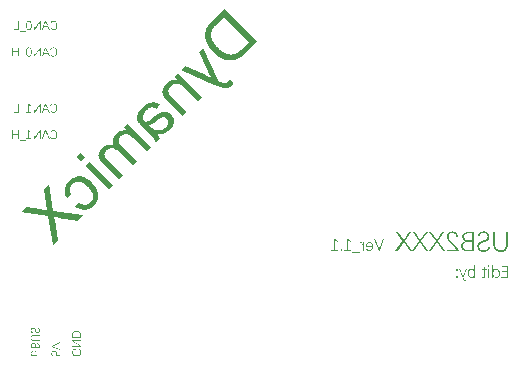
<source format=gbo>
G04*
G04 #@! TF.GenerationSoftware,Altium Limited,Altium Designer,20.0.13 (296)*
G04*
G04 Layer_Color=32896*
%FSLAX44Y44*%
%MOMM*%
G71*
G01*
G75*
G36*
X22670Y31834D02*
X22786Y31824D01*
X22892Y31803D01*
X22976Y31782D01*
X23040Y31771D01*
X23082Y31750D01*
X23092D01*
X23209Y31708D01*
X23314Y31655D01*
X23409Y31602D01*
X23483Y31549D01*
X23547Y31507D01*
X23600Y31465D01*
X23631Y31444D01*
X23642Y31433D01*
X23726Y31348D01*
X23811Y31264D01*
X23885Y31169D01*
X23948Y31084D01*
X24001Y31000D01*
X24043Y30936D01*
X24065Y30894D01*
X24075Y30884D01*
X24117Y30810D01*
X24149Y30735D01*
X24234Y30545D01*
X24318Y30345D01*
X24392Y30144D01*
X24455Y29954D01*
X24487Y29869D01*
X24519Y29806D01*
X24529Y29742D01*
X24550Y29700D01*
X24561Y29668D01*
Y29658D01*
X24603Y29520D01*
X24646Y29394D01*
X24688Y29277D01*
X24730Y29161D01*
X24804Y28981D01*
X24867Y28834D01*
X24910Y28728D01*
X24952Y28654D01*
X24973Y28601D01*
X24984Y28591D01*
X25058Y28485D01*
X25132Y28400D01*
X25216Y28316D01*
X25280Y28263D01*
X25343Y28210D01*
X25396Y28179D01*
X25427Y28157D01*
X25438Y28147D01*
X25544Y28105D01*
X25649Y28073D01*
X25766Y28041D01*
X25871Y28031D01*
X25966Y28020D01*
X26040Y28009D01*
X26083D01*
X26104D01*
X26336Y28031D01*
X26526Y28073D01*
X26695Y28126D01*
X26833Y28200D01*
X26949Y28263D01*
X27023Y28326D01*
X27076Y28369D01*
X27087Y28379D01*
X27203Y28527D01*
X27287Y28696D01*
X27340Y28876D01*
X27382Y29045D01*
X27404Y29203D01*
X27425Y29320D01*
Y29436D01*
X27414Y29668D01*
X27382Y29880D01*
X27329Y30059D01*
X27277Y30218D01*
X27224Y30334D01*
X27171Y30419D01*
X27139Y30471D01*
X27129Y30492D01*
X27002Y30630D01*
X26865Y30746D01*
X26717Y30831D01*
X26569Y30905D01*
X26431Y30968D01*
X26326Y31000D01*
X26283Y31010D01*
X26252Y31021D01*
X26231Y31031D01*
X26220D01*
X26379Y31708D01*
X26674Y31613D01*
X26917Y31496D01*
X27129Y31370D01*
X27308Y31243D01*
X27435Y31126D01*
X27530Y31031D01*
X27583Y30957D01*
X27604Y30947D01*
Y30936D01*
X27742Y30714D01*
X27837Y30471D01*
X27911Y30218D01*
X27953Y29985D01*
X27985Y29763D01*
X27995Y29668D01*
Y29594D01*
X28006Y29531D01*
Y29436D01*
X27995Y29256D01*
X27985Y29087D01*
X27964Y28929D01*
X27932Y28770D01*
X27889Y28633D01*
X27847Y28506D01*
X27805Y28390D01*
X27752Y28284D01*
X27710Y28189D01*
X27657Y28115D01*
X27615Y28041D01*
X27583Y27988D01*
X27541Y27946D01*
X27520Y27904D01*
X27509Y27893D01*
X27499Y27883D01*
X27404Y27787D01*
X27287Y27703D01*
X27182Y27618D01*
X27065Y27555D01*
X26833Y27460D01*
X26600Y27397D01*
X26400Y27354D01*
X26305Y27344D01*
X26231Y27333D01*
X26167Y27323D01*
X26125D01*
X26093D01*
X26083D01*
X25882Y27333D01*
X25702Y27354D01*
X25533Y27386D01*
X25396Y27428D01*
X25290Y27460D01*
X25206Y27492D01*
X25153Y27513D01*
X25132Y27523D01*
X24994Y27608D01*
X24867Y27692D01*
X24762Y27787D01*
X24667Y27883D01*
X24593Y27967D01*
X24540Y28031D01*
X24498Y28073D01*
X24487Y28094D01*
X24445Y28168D01*
X24392Y28252D01*
X24297Y28432D01*
X24212Y28633D01*
X24138Y28834D01*
X24075Y29013D01*
X24043Y29087D01*
X24022Y29151D01*
X24001Y29214D01*
X23990Y29256D01*
X23980Y29277D01*
Y29288D01*
X23938Y29436D01*
X23895Y29563D01*
X23853Y29690D01*
X23821Y29795D01*
X23790Y29890D01*
X23769Y29954D01*
X23758Y30006D01*
X23747Y30017D01*
X23705Y30144D01*
X23663Y30250D01*
X23610Y30355D01*
X23568Y30440D01*
X23526Y30514D01*
X23494Y30566D01*
X23473Y30598D01*
X23462Y30609D01*
X23399Y30704D01*
X23325Y30778D01*
X23251Y30852D01*
X23187Y30905D01*
X23124Y30947D01*
X23071Y30979D01*
X23040Y31000D01*
X23029Y31010D01*
X22923Y31063D01*
X22807Y31095D01*
X22691Y31126D01*
X22585Y31137D01*
X22490Y31148D01*
X22416Y31158D01*
X22363D01*
X22342D01*
X22089Y31137D01*
X21856Y31095D01*
X21666Y31021D01*
X21507Y30947D01*
X21381Y30862D01*
X21296Y30788D01*
X21243Y30746D01*
X21222Y30725D01*
X21095Y30556D01*
X21000Y30355D01*
X20937Y30154D01*
X20894Y29954D01*
X20863Y29774D01*
X20852Y29700D01*
Y29637D01*
X20842Y29573D01*
Y29499D01*
X20852Y29246D01*
X20894Y29013D01*
X20947Y28823D01*
X21011Y28654D01*
X21064Y28527D01*
X21116Y28432D01*
X21159Y28369D01*
X21169Y28347D01*
X21307Y28200D01*
X21476Y28083D01*
X21655Y27978D01*
X21835Y27904D01*
X21994Y27851D01*
X22067Y27819D01*
X22120Y27809D01*
X22173Y27798D01*
X22215Y27787D01*
X22236Y27777D01*
X22247D01*
X22099Y27111D01*
X21930Y27153D01*
X21772Y27196D01*
X21486Y27312D01*
X21243Y27460D01*
X21032Y27629D01*
X20852Y27819D01*
X20704Y28020D01*
X20578Y28231D01*
X20482Y28432D01*
X20408Y28643D01*
X20345Y28834D01*
X20303Y29013D01*
X20282Y29172D01*
X20261Y29309D01*
X20250Y29415D01*
Y29499D01*
X20261Y29700D01*
X20271Y29901D01*
X20303Y30080D01*
X20334Y30239D01*
X20377Y30397D01*
X20419Y30545D01*
X20472Y30672D01*
X20525Y30788D01*
X20578Y30894D01*
X20630Y30979D01*
X20673Y31052D01*
X20715Y31116D01*
X20747Y31169D01*
X20778Y31200D01*
X20789Y31222D01*
X20800Y31232D01*
X20905Y31338D01*
X21032Y31444D01*
X21159Y31517D01*
X21286Y31591D01*
X21412Y31655D01*
X21550Y31708D01*
X21803Y31782D01*
X21920Y31803D01*
X22036Y31824D01*
X22131Y31834D01*
X22215Y31845D01*
X22289Y31856D01*
X22342D01*
X22374D01*
X22384D01*
X22532D01*
X22670Y31834D01*
D02*
G37*
G36*
X27889Y25072D02*
X23114D01*
X22913Y25061D01*
X22733Y25051D01*
X22554Y25019D01*
X22395Y24987D01*
X22247Y24945D01*
X22099Y24903D01*
X21983Y24850D01*
X21867Y24797D01*
X21761Y24744D01*
X21676Y24692D01*
X21602Y24649D01*
X21539Y24607D01*
X21497Y24575D01*
X21465Y24544D01*
X21444Y24533D01*
X21433Y24523D01*
X21328Y24417D01*
X21243Y24301D01*
X21169Y24174D01*
X21095Y24047D01*
X20990Y23793D01*
X20926Y23540D01*
X20905Y23424D01*
X20884Y23307D01*
X20873Y23212D01*
X20863Y23128D01*
X20852Y23054D01*
Y22959D01*
X20863Y22790D01*
X20873Y22620D01*
X20905Y22473D01*
X20937Y22325D01*
X20990Y22198D01*
X21032Y22082D01*
X21085Y21965D01*
X21138Y21870D01*
X21190Y21775D01*
X21243Y21701D01*
X21296Y21638D01*
X21338Y21585D01*
X21370Y21543D01*
X21402Y21511D01*
X21412Y21500D01*
X21423Y21490D01*
X21539Y21405D01*
X21655Y21321D01*
X21920Y21194D01*
X22184Y21109D01*
X22448Y21046D01*
X22575Y21025D01*
X22691Y21014D01*
X22786Y20993D01*
X22881D01*
X22944Y20983D01*
X23008D01*
X23040D01*
X23050D01*
X27889D01*
Y20264D01*
X22976D01*
X22744Y20275D01*
X22522Y20296D01*
X22310Y20328D01*
X22110Y20380D01*
X21930Y20433D01*
X21772Y20486D01*
X21613Y20549D01*
X21476Y20624D01*
X21360Y20687D01*
X21254Y20750D01*
X21169Y20803D01*
X21095Y20866D01*
X21032Y20909D01*
X20990Y20940D01*
X20968Y20962D01*
X20958Y20972D01*
X20831Y21109D01*
X20726Y21258D01*
X20630Y21416D01*
X20546Y21585D01*
X20482Y21744D01*
X20419Y21913D01*
X20334Y22230D01*
X20313Y22378D01*
X20292Y22515D01*
X20271Y22631D01*
X20261Y22737D01*
X20250Y22832D01*
Y22948D01*
X20261Y23191D01*
X20282Y23424D01*
X20324Y23635D01*
X20366Y23846D01*
X20419Y24026D01*
X20482Y24195D01*
X20556Y24353D01*
X20630Y24501D01*
X20694Y24628D01*
X20768Y24734D01*
X20831Y24829D01*
X20884Y24903D01*
X20926Y24966D01*
X20968Y25008D01*
X20990Y25030D01*
X21000Y25040D01*
X21148Y25178D01*
X21307Y25283D01*
X21476Y25389D01*
X21645Y25473D01*
X21814Y25547D01*
X21994Y25611D01*
X22162Y25653D01*
X22321Y25695D01*
X22480Y25727D01*
X22617Y25748D01*
X22754Y25769D01*
X22860Y25780D01*
X22955Y25790D01*
X23018D01*
X23071D01*
X23082D01*
X27889D01*
Y25072D01*
D02*
G37*
G36*
X22606Y19007D02*
X22744Y18996D01*
X22997Y18943D01*
X23209Y18859D01*
X23388Y18764D01*
X23536Y18669D01*
X23652Y18595D01*
X23684Y18553D01*
X23716Y18531D01*
X23726Y18521D01*
X23737Y18510D01*
X23906Y18309D01*
X24043Y18088D01*
X24149Y17855D01*
X24223Y17644D01*
X24276Y17443D01*
X24297Y17358D01*
X24318Y17284D01*
X24329Y17232D01*
X24339Y17189D01*
Y17147D01*
X24413Y17390D01*
X24498Y17601D01*
X24593Y17781D01*
X24699Y17929D01*
X24794Y18045D01*
X24867Y18130D01*
X24920Y18183D01*
X24941Y18204D01*
X25121Y18331D01*
X25311Y18426D01*
X25501Y18489D01*
X25681Y18542D01*
X25840Y18563D01*
X25903Y18574D01*
X25956D01*
X26009Y18584D01*
X26040D01*
X26061D01*
X26072D01*
X26241Y18574D01*
X26389Y18553D01*
X26537Y18521D01*
X26674Y18478D01*
X26801Y18415D01*
X26917Y18341D01*
X27118Y18183D01*
X27298Y17982D01*
X27446Y17771D01*
X27562Y17528D01*
X27668Y17295D01*
X27742Y17052D01*
X27794Y16820D01*
X27837Y16598D01*
X27858Y16397D01*
X27879Y16238D01*
Y16164D01*
X27889Y16112D01*
Y14252D01*
X20366D01*
Y16312D01*
X20377Y16545D01*
X20387Y16767D01*
X20419Y16968D01*
X20451Y17158D01*
X20493Y17337D01*
X20535Y17506D01*
X20588Y17654D01*
X20641Y17781D01*
X20694Y17908D01*
X20747Y18003D01*
X20789Y18098D01*
X20831Y18172D01*
X20863Y18225D01*
X20894Y18267D01*
X20905Y18288D01*
X20916Y18299D01*
X21021Y18426D01*
X21138Y18531D01*
X21264Y18637D01*
X21391Y18711D01*
X21518Y18785D01*
X21645Y18838D01*
X21898Y18933D01*
X22015Y18954D01*
X22120Y18975D01*
X22215Y18996D01*
X22300Y19007D01*
X22374Y19017D01*
X22427D01*
X22458D01*
X22469D01*
X22606Y19007D01*
D02*
G37*
G36*
X20556Y12413D02*
X20747Y12403D01*
X20937Y12392D01*
X21116D01*
X21275Y12382D01*
X21338D01*
X21391D01*
X21444D01*
X21476D01*
X21497D01*
X21507D01*
X28133D01*
Y11695D01*
X25375D01*
X25195D01*
X25110Y11705D01*
X25037D01*
X24973D01*
X24920Y11716D01*
X24889D01*
X24878D01*
Y11684D01*
X25068Y11568D01*
X25227Y11452D01*
X25364Y11325D01*
X25470Y11209D01*
X25554Y11114D01*
X25618Y11029D01*
X25649Y10976D01*
X25660Y10955D01*
X25745Y10786D01*
X25808Y10596D01*
X25850Y10416D01*
X25882Y10247D01*
X25903Y10099D01*
X25914Y9983D01*
Y9877D01*
X25903Y9677D01*
X25882Y9476D01*
X25840Y9296D01*
X25797Y9127D01*
X25734Y8969D01*
X25671Y8821D01*
X25597Y8694D01*
X25533Y8578D01*
X25459Y8472D01*
X25385Y8377D01*
X25322Y8303D01*
X25259Y8240D01*
X25216Y8187D01*
X25174Y8155D01*
X25153Y8134D01*
X25142Y8123D01*
X24994Y8018D01*
X24836Y7923D01*
X24667Y7838D01*
X24498Y7764D01*
X24318Y7701D01*
X24149Y7648D01*
X23821Y7574D01*
X23663Y7553D01*
X23515Y7532D01*
X23388Y7521D01*
X23283Y7511D01*
X23187Y7500D01*
X23124D01*
X23071D01*
X23061D01*
X22818Y7511D01*
X22585Y7521D01*
X22374Y7553D01*
X22173Y7595D01*
X21983Y7637D01*
X21814Y7690D01*
X21655Y7743D01*
X21518Y7806D01*
X21391Y7859D01*
X21286Y7912D01*
X21190Y7965D01*
X21116Y8007D01*
X21053Y8049D01*
X21011Y8081D01*
X20990Y8092D01*
X20979Y8102D01*
X20852Y8219D01*
X20736Y8356D01*
X20641Y8493D01*
X20556Y8631D01*
X20482Y8778D01*
X20430Y8916D01*
X20377Y9053D01*
X20345Y9191D01*
X20313Y9317D01*
X20292Y9444D01*
X20271Y9550D01*
X20261Y9645D01*
X20250Y9719D01*
Y9825D01*
X20261Y10057D01*
X20292Y10258D01*
X20334Y10448D01*
X20387Y10606D01*
X20430Y10733D01*
X20472Y10828D01*
X20504Y10881D01*
X20514Y10902D01*
X20620Y11071D01*
X20757Y11219D01*
X20894Y11346D01*
X21032Y11462D01*
X21159Y11558D01*
X21264Y11631D01*
X21307Y11653D01*
X21338Y11674D01*
X21349Y11684D01*
X21360D01*
Y11716D01*
X21233D01*
X21074Y11727D01*
X20916Y11737D01*
X20747Y11748D01*
X20599D01*
X20482Y11758D01*
X20430Y11769D01*
X20398D01*
X20377D01*
X20366D01*
Y12424D01*
X20556Y12413D01*
D02*
G37*
G36*
X377800Y113222D02*
X378153Y113198D01*
X378834Y113057D01*
X379422Y112869D01*
X379656Y112775D01*
X379891Y112658D01*
X380103Y112541D01*
X380291Y112446D01*
X380455Y112353D01*
X380596Y112259D01*
X380690Y112188D01*
X380761Y112118D01*
X380808Y112094D01*
X380831Y112071D01*
X381066Y111859D01*
X381278Y111601D01*
X381466Y111366D01*
X381607Y111107D01*
X381889Y110614D01*
X382053Y110144D01*
X382194Y109721D01*
X382241Y109533D01*
X382264Y109369D01*
X382288Y109251D01*
X382311Y109157D01*
Y109087D01*
Y109063D01*
X380808Y108875D01*
X380714Y109369D01*
X380573Y109815D01*
X380408Y110191D01*
X380220Y110520D01*
X380032Y110778D01*
X379891Y110966D01*
X379798Y111060D01*
X379751Y111107D01*
X379398Y111389D01*
X379022Y111601D01*
X378623Y111742D01*
X378270Y111859D01*
X377941Y111906D01*
X377683Y111930D01*
X377589Y111953D01*
X377448D01*
X376908Y111906D01*
X376414Y111812D01*
X375991Y111695D01*
X375662Y111530D01*
X375380Y111366D01*
X375192Y111248D01*
X375075Y111154D01*
X375028Y111107D01*
X374746Y110755D01*
X374535Y110379D01*
X374370Y109979D01*
X374276Y109604D01*
X374206Y109251D01*
X374182Y108993D01*
X374159Y108875D01*
Y108805D01*
Y108758D01*
Y108734D01*
X374206Y108241D01*
X374300Y107747D01*
X374417Y107325D01*
X374582Y106925D01*
X374746Y106620D01*
X374864Y106361D01*
X374934Y106267D01*
X374958Y106197D01*
X375005Y106173D01*
Y106150D01*
X375169Y105915D01*
X375357Y105680D01*
X375803Y105163D01*
X376273Y104670D01*
X376767Y104200D01*
X377189Y103800D01*
X377378Y103612D01*
X377565Y103471D01*
X377706Y103330D01*
X377800Y103237D01*
X377871Y103189D01*
X377894Y103166D01*
X378599Y102532D01*
X379234Y101944D01*
X379492Y101662D01*
X379751Y101404D01*
X379985Y101169D01*
X380173Y100934D01*
X380361Y100746D01*
X380526Y100558D01*
X380643Y100417D01*
X380761Y100276D01*
X380831Y100182D01*
X380902Y100112D01*
X380925Y100065D01*
X380949Y100041D01*
X381301Y99548D01*
X381630Y99054D01*
X381912Y98584D01*
X382123Y98185D01*
X382288Y97833D01*
X382358Y97668D01*
X382429Y97551D01*
X382476Y97457D01*
X382499Y97386D01*
X382523Y97339D01*
Y97316D01*
Y96258D01*
X372350D01*
Y97598D01*
X380784D01*
X380596Y97974D01*
X380385Y98350D01*
X380103Y98749D01*
X379798Y99172D01*
X379140Y99971D01*
X378458Y100723D01*
X378129Y101075D01*
X377800Y101380D01*
X377518Y101662D01*
X377260Y101921D01*
X377048Y102109D01*
X376884Y102273D01*
X376790Y102367D01*
X376743Y102391D01*
X376414Y102696D01*
X376109Y102955D01*
X375827Y103237D01*
X375568Y103471D01*
X375122Y103918D01*
X374770Y104270D01*
X374488Y104552D01*
X374300Y104764D01*
X374182Y104881D01*
X374159Y104928D01*
X373877Y105281D01*
X373642Y105610D01*
X373454Y105938D01*
X373289Y106220D01*
X373172Y106455D01*
X373078Y106643D01*
X373031Y106761D01*
X373007Y106808D01*
X372866Y107160D01*
X372772Y107513D01*
X372702Y107865D01*
X372655Y108170D01*
X372631Y108429D01*
X372608Y108640D01*
Y108781D01*
Y108828D01*
X372631Y109204D01*
X372655Y109557D01*
X372819Y110215D01*
X373007Y110755D01*
X373125Y111013D01*
X373242Y111225D01*
X373383Y111413D01*
X373501Y111601D01*
X373595Y111742D01*
X373689Y111859D01*
X373783Y111953D01*
X373853Y112024D01*
X373877Y112047D01*
X373900Y112071D01*
X374159Y112282D01*
X374417Y112470D01*
X374699Y112611D01*
X374981Y112752D01*
X375568Y112963D01*
X376132Y113104D01*
X376391Y113151D01*
X376649Y113175D01*
X376861Y113222D01*
X377048D01*
X377213Y113245D01*
X377425D01*
X377800Y113222D01*
D02*
G37*
G36*
X364902Y105046D02*
X370869Y96258D01*
X369131D01*
X364009Y103918D01*
X358910Y96258D01*
X357125D01*
X362999Y105046D01*
X357618Y112987D01*
X359380D01*
X363962Y106056D01*
X368637Y112987D01*
X370400D01*
X364902Y105046D01*
D02*
G37*
G36*
X350875Y105046D02*
X356843Y96258D01*
X355104D01*
X349982Y103918D01*
X344884Y96258D01*
X343098D01*
X348972Y105046D01*
X343592Y112987D01*
X345354D01*
X349935Y106056D01*
X354611Y112987D01*
X356373D01*
X350875Y105046D01*
D02*
G37*
G36*
X336849D02*
X342816Y96258D01*
X341078D01*
X335956Y103918D01*
X330857Y96258D01*
X329072D01*
X334945Y105046D01*
X329565Y112987D01*
X331327D01*
X335909Y106056D01*
X340584Y112987D01*
X342346D01*
X336849Y105046D01*
D02*
G37*
G36*
X424250Y102062D02*
X424226Y101545D01*
X424179Y101051D01*
X424109Y100582D01*
X423992Y100135D01*
X423874Y99736D01*
X423757Y99383D01*
X423616Y99031D01*
X423451Y98725D01*
X423310Y98467D01*
X423169Y98232D01*
X423052Y98044D01*
X422911Y97880D01*
X422817Y97739D01*
X422746Y97645D01*
X422699Y97598D01*
X422676Y97574D01*
X422370Y97292D01*
X422042Y97057D01*
X421689Y96846D01*
X421313Y96658D01*
X420961Y96517D01*
X420585Y96376D01*
X419880Y96188D01*
X419551Y96141D01*
X419246Y96094D01*
X418987Y96047D01*
X418752Y96024D01*
X418541Y96000D01*
X418282D01*
X417742Y96024D01*
X417225Y96070D01*
X416755Y96165D01*
X416285Y96258D01*
X415886Y96376D01*
X415510Y96517D01*
X415157Y96681D01*
X414828Y96846D01*
X414547Y96987D01*
X414312Y97151D01*
X414100Y97292D01*
X413936Y97410D01*
X413795Y97504D01*
X413701Y97598D01*
X413654Y97645D01*
X413630Y97668D01*
X413325Y97997D01*
X413090Y98350D01*
X412855Y98725D01*
X412667Y99101D01*
X412503Y99477D01*
X412361Y99877D01*
X412268Y100253D01*
X412174Y100605D01*
X412103Y100957D01*
X412056Y101263D01*
X412009Y101568D01*
X411986Y101803D01*
X411962Y102015D01*
Y102156D01*
Y102273D01*
Y102297D01*
Y112987D01*
X413560D01*
Y102367D01*
X413583Y101921D01*
X413607Y101521D01*
X413677Y101122D01*
X413748Y100770D01*
X413842Y100441D01*
X413936Y100112D01*
X414053Y99853D01*
X414171Y99595D01*
X414288Y99360D01*
X414406Y99172D01*
X414500Y99007D01*
X414594Y98866D01*
X414664Y98772D01*
X414734Y98702D01*
X414758Y98655D01*
X414781Y98631D01*
X415017Y98397D01*
X415275Y98209D01*
X415557Y98044D01*
X415839Y97880D01*
X416403Y97645D01*
X416967Y97504D01*
X417225Y97457D01*
X417483Y97410D01*
X417695Y97386D01*
X417883Y97363D01*
X418047Y97339D01*
X418259D01*
X418635Y97363D01*
X419011Y97386D01*
X419339Y97457D01*
X419669Y97527D01*
X419950Y97645D01*
X420209Y97739D01*
X420467Y97856D01*
X420679Y97974D01*
X420890Y98091D01*
X421055Y98209D01*
X421196Y98326D01*
X421313Y98420D01*
X421407Y98490D01*
X421478Y98561D01*
X421501Y98584D01*
X421525Y98608D01*
X421712Y98866D01*
X421900Y99125D01*
X422182Y99712D01*
X422370Y100300D01*
X422511Y100887D01*
X422558Y101169D01*
X422582Y101427D01*
X422629Y101639D01*
Y101850D01*
X422652Y101991D01*
Y102132D01*
Y102203D01*
Y102226D01*
Y112987D01*
X424250D01*
Y102062D01*
D02*
G37*
G36*
X395234Y96258D02*
X390652D01*
X390135Y96282D01*
X389642Y96305D01*
X389196Y96376D01*
X388773Y96446D01*
X388373Y96540D01*
X387997Y96634D01*
X387668Y96752D01*
X387386Y96869D01*
X387104Y96987D01*
X386893Y97104D01*
X386682Y97198D01*
X386517Y97292D01*
X386400Y97363D01*
X386306Y97433D01*
X386259Y97457D01*
X386235Y97480D01*
X385953Y97715D01*
X385718Y97974D01*
X385483Y98256D01*
X385319Y98538D01*
X385154Y98819D01*
X385037Y99101D01*
X384825Y99665D01*
X384778Y99924D01*
X384731Y100159D01*
X384684Y100370D01*
X384661Y100558D01*
X384637Y100723D01*
Y100840D01*
Y100911D01*
Y100934D01*
X384661Y101239D01*
X384684Y101545D01*
X384802Y102109D01*
X384990Y102579D01*
X385201Y102978D01*
X385413Y103307D01*
X385577Y103565D01*
X385671Y103636D01*
X385718Y103706D01*
X385742Y103730D01*
X385765Y103753D01*
X386212Y104129D01*
X386705Y104435D01*
X387222Y104670D01*
X387692Y104834D01*
X388138Y104952D01*
X388326Y104999D01*
X388491Y105046D01*
X388608Y105069D01*
X388702Y105093D01*
X388796D01*
X388256Y105257D01*
X387786Y105445D01*
X387386Y105656D01*
X387057Y105891D01*
X386799Y106103D01*
X386611Y106267D01*
X386493Y106385D01*
X386446Y106432D01*
X386165Y106831D01*
X385953Y107254D01*
X385812Y107677D01*
X385695Y108076D01*
X385648Y108429D01*
X385624Y108570D01*
Y108687D01*
X385601Y108805D01*
Y108875D01*
Y108922D01*
Y108946D01*
X385624Y109322D01*
X385671Y109651D01*
X385742Y109979D01*
X385836Y110285D01*
X385977Y110567D01*
X386141Y110825D01*
X386493Y111272D01*
X386940Y111671D01*
X387410Y112000D01*
X387950Y112259D01*
X388467Y112493D01*
X389007Y112658D01*
X389524Y112775D01*
X390018Y112869D01*
X390464Y112916D01*
X390817Y112963D01*
X390981D01*
X391099Y112987D01*
X395234D01*
Y96258D01*
D02*
G37*
G36*
X404256Y113222D02*
X404632Y113198D01*
X404984Y113151D01*
X405336Y113081D01*
X405642Y112987D01*
X405924Y112893D01*
X406182Y112799D01*
X406417Y112682D01*
X406629Y112587D01*
X406793Y112470D01*
X406958Y112376D01*
X407075Y112305D01*
X407169Y112212D01*
X407263Y112165D01*
X407287Y112141D01*
X407310Y112118D01*
X407522Y111906D01*
X407710Y111648D01*
X407897Y111413D01*
X408038Y111154D01*
X408250Y110637D01*
X408391Y110120D01*
X408485Y109674D01*
X408508Y109463D01*
X408532Y109298D01*
X408555Y109157D01*
Y109063D01*
Y108993D01*
Y108969D01*
X408532Y108523D01*
X408485Y108123D01*
X408414Y107747D01*
X408320Y107442D01*
X408250Y107207D01*
X408179Y107019D01*
X408132Y106902D01*
X408109Y106855D01*
X407921Y106549D01*
X407733Y106267D01*
X407522Y106032D01*
X407310Y105821D01*
X407122Y105656D01*
X406981Y105539D01*
X406887Y105445D01*
X406840Y105421D01*
X406676Y105328D01*
X406488Y105210D01*
X406088Y104999D01*
X405642Y104811D01*
X405196Y104646D01*
X404796Y104505D01*
X404632Y104435D01*
X404491Y104388D01*
X404350Y104341D01*
X404256Y104317D01*
X404209Y104294D01*
X404185D01*
X403856Y104200D01*
X403574Y104106D01*
X403293Y104012D01*
X403058Y103941D01*
X402846Y103871D01*
X402705Y103824D01*
X402588Y103800D01*
X402564Y103777D01*
X402282Y103683D01*
X402047Y103589D01*
X401812Y103471D01*
X401624Y103377D01*
X401460Y103284D01*
X401342Y103213D01*
X401272Y103166D01*
X401248Y103142D01*
X401037Y103001D01*
X400872Y102837D01*
X400708Y102673D01*
X400591Y102532D01*
X400497Y102391D01*
X400426Y102273D01*
X400379Y102203D01*
X400356Y102179D01*
X400238Y101944D01*
X400168Y101686D01*
X400097Y101427D01*
X400074Y101192D01*
X400050Y100981D01*
X400027Y100816D01*
Y100699D01*
Y100652D01*
X400074Y100088D01*
X400168Y99571D01*
X400332Y99148D01*
X400497Y98796D01*
X400685Y98514D01*
X400849Y98326D01*
X400943Y98209D01*
X400990Y98162D01*
X401366Y97880D01*
X401812Y97668D01*
X402259Y97527D01*
X402705Y97433D01*
X403105Y97363D01*
X403269Y97339D01*
X403410D01*
X403551Y97316D01*
X403715D01*
X404279Y97339D01*
X404796Y97433D01*
X405219Y97551D01*
X405595Y97692D01*
X405877Y97809D01*
X406088Y97927D01*
X406229Y98021D01*
X406276Y98044D01*
X406605Y98350D01*
X406864Y98725D01*
X407099Y99125D01*
X407263Y99524D01*
X407381Y99877D01*
X407451Y100041D01*
X407475Y100159D01*
X407498Y100276D01*
X407522Y100370D01*
X407545Y100417D01*
Y100441D01*
X409025Y100112D01*
X408931Y99736D01*
X408837Y99383D01*
X408579Y98749D01*
X408250Y98209D01*
X407874Y97739D01*
X407451Y97339D01*
X407005Y97010D01*
X406535Y96728D01*
X406088Y96517D01*
X405619Y96352D01*
X405196Y96212D01*
X404796Y96117D01*
X404444Y96070D01*
X404138Y96024D01*
X403903Y96000D01*
X403715D01*
X403269Y96024D01*
X402823Y96047D01*
X402423Y96117D01*
X402071Y96188D01*
X401718Y96282D01*
X401389Y96376D01*
X401107Y96493D01*
X400849Y96611D01*
X400614Y96728D01*
X400426Y96846D01*
X400262Y96940D01*
X400121Y97034D01*
X400003Y97104D01*
X399933Y97175D01*
X399886Y97198D01*
X399862Y97222D01*
X399627Y97457D01*
X399392Y97739D01*
X399228Y98021D01*
X399063Y98302D01*
X398922Y98584D01*
X398805Y98890D01*
X398641Y99454D01*
X398593Y99712D01*
X398546Y99971D01*
X398523Y100182D01*
X398499Y100370D01*
X398476Y100534D01*
Y100652D01*
Y100723D01*
Y100746D01*
Y101075D01*
X398523Y101380D01*
X398546Y101639D01*
X398593Y101874D01*
X398641Y102062D01*
X398664Y102203D01*
X398711Y102297D01*
Y102320D01*
X398805Y102579D01*
X398922Y102814D01*
X399040Y103025D01*
X399157Y103189D01*
X399251Y103330D01*
X399345Y103448D01*
X399392Y103518D01*
X399416Y103542D01*
X399604Y103730D01*
X399792Y103918D01*
X400003Y104082D01*
X400191Y104223D01*
X400379Y104341D01*
X400520Y104435D01*
X400614Y104482D01*
X400638Y104505D01*
X400802Y104599D01*
X400966Y104670D01*
X401389Y104858D01*
X401836Y105046D01*
X402282Y105210D01*
X402705Y105351D01*
X402893Y105421D01*
X403034Y105492D01*
X403175Y105515D01*
X403269Y105562D01*
X403340Y105586D01*
X403363D01*
X403668Y105680D01*
X403950Y105774D01*
X404209Y105868D01*
X404467Y105962D01*
X404867Y106126D01*
X405196Y106267D01*
X405430Y106361D01*
X405595Y106455D01*
X405712Y106502D01*
X405736Y106526D01*
X405971Y106690D01*
X406159Y106855D01*
X406347Y107043D01*
X406464Y107184D01*
X406582Y107325D01*
X406652Y107442D01*
X406699Y107513D01*
X406723Y107536D01*
X406817Y107771D01*
X406887Y108006D01*
X406958Y108264D01*
X406981Y108499D01*
X407005Y108711D01*
X407028Y108875D01*
Y108969D01*
Y109016D01*
X406981Y109533D01*
X406887Y109956D01*
X406770Y110332D01*
X406605Y110637D01*
X406464Y110896D01*
X406323Y111060D01*
X406229Y111178D01*
X406206Y111201D01*
X405877Y111460D01*
X405501Y111648D01*
X405102Y111765D01*
X404726Y111859D01*
X404373Y111906D01*
X404115Y111953D01*
X403856D01*
X403340Y111930D01*
X402870Y111859D01*
X402470Y111742D01*
X402118Y111624D01*
X401859Y111507D01*
X401671Y111389D01*
X401554Y111319D01*
X401507Y111295D01*
X401201Y111013D01*
X400943Y110708D01*
X400755Y110379D01*
X400591Y110050D01*
X400450Y109745D01*
X400379Y109510D01*
X400356Y109416D01*
X400332Y109345D01*
X400309Y109298D01*
Y109275D01*
X398805Y109627D01*
X399016Y110285D01*
X399275Y110825D01*
X399557Y111295D01*
X399839Y111695D01*
X400097Y111977D01*
X400309Y112188D01*
X400473Y112305D01*
X400497Y112353D01*
X400520D01*
X401013Y112658D01*
X401554Y112869D01*
X402118Y113034D01*
X402635Y113128D01*
X403128Y113198D01*
X403340Y113222D01*
X403504D01*
X403645Y113245D01*
X403856D01*
X404256Y113222D01*
D02*
G37*
G36*
X291077Y105234D02*
Y104417D01*
X288779Y105939D01*
Y97594D01*
X291345D01*
Y96833D01*
X285692D01*
Y97594D01*
X287891D01*
Y106870D01*
X288694D01*
X291077Y105234D01*
D02*
G37*
G36*
X280180D02*
Y104417D01*
X277882Y105939D01*
Y97594D01*
X280448D01*
Y96833D01*
X274795D01*
Y97594D01*
X276994D01*
Y106870D01*
X277797D01*
X280180Y105234D01*
D02*
G37*
G36*
X315986Y96833D02*
X314886D01*
X311123Y106870D01*
X312152D01*
X314915Y99229D01*
X315013Y98933D01*
X315056Y98792D01*
X315098Y98665D01*
X315140Y98567D01*
X315154Y98482D01*
X315183Y98426D01*
Y98412D01*
X315281Y98116D01*
X315324Y97989D01*
X315352Y97862D01*
X315394Y97763D01*
X315408Y97678D01*
X315436Y97622D01*
Y97608D01*
X315493Y97833D01*
X315577Y98087D01*
X315662Y98355D01*
X315746Y98623D01*
X315831Y98863D01*
X315859Y98975D01*
X315902Y99060D01*
X315916Y99144D01*
X315944Y99201D01*
X315958Y99229D01*
Y99243D01*
X318721Y106870D01*
X319750D01*
X315986Y96833D01*
D02*
G37*
G36*
X307415Y104220D02*
X307739Y104163D01*
X308021Y104093D01*
X308261Y104022D01*
X308458Y103938D01*
X308613Y103867D01*
X308670Y103839D01*
X308712Y103811D01*
X308726Y103797D01*
X308740D01*
X308994Y103627D01*
X309219Y103416D01*
X309403Y103204D01*
X309572Y103007D01*
X309685Y102824D01*
X309783Y102669D01*
X309812Y102612D01*
X309840Y102570D01*
X309854Y102542D01*
Y102528D01*
X309981Y102204D01*
X310079Y101865D01*
X310136Y101527D01*
X310192Y101203D01*
X310206Y101062D01*
X310220Y100935D01*
Y100808D01*
X310235Y100709D01*
Y100625D01*
Y100568D01*
Y100526D01*
Y100512D01*
X310220Y100174D01*
X310192Y99849D01*
X310164Y99553D01*
X310108Y99271D01*
X310051Y99018D01*
X309981Y98778D01*
X309896Y98567D01*
X309826Y98383D01*
X309755Y98214D01*
X309671Y98059D01*
X309600Y97932D01*
X309544Y97833D01*
X309487Y97749D01*
X309445Y97692D01*
X309431Y97664D01*
X309417Y97650D01*
X309248Y97481D01*
X309079Y97326D01*
X308895Y97199D01*
X308698Y97086D01*
X308501Y96988D01*
X308303Y96917D01*
X308106Y96847D01*
X307923Y96804D01*
X307739Y96762D01*
X307584Y96734D01*
X307429Y96706D01*
X307302Y96692D01*
X307190Y96678D01*
X307049D01*
X306696Y96692D01*
X306372Y96734D01*
X306090Y96804D01*
X305850Y96875D01*
X305653Y96931D01*
X305512Y97002D01*
X305456Y97030D01*
X305413Y97044D01*
X305399Y97058D01*
X305385D01*
X305131Y97213D01*
X304892Y97411D01*
X304694Y97622D01*
X304511Y97833D01*
X304370Y98017D01*
X304257Y98186D01*
X304229Y98242D01*
X304201Y98285D01*
X304173Y98313D01*
Y98327D01*
X304892Y98722D01*
X305033Y98482D01*
X305188Y98271D01*
X305343Y98101D01*
X305484Y97960D01*
X305611Y97848D01*
X305709Y97777D01*
X305766Y97735D01*
X305794Y97721D01*
X305991Y97622D01*
X306203Y97552D01*
X306400Y97495D01*
X306597Y97467D01*
X306767Y97439D01*
X306894Y97425D01*
X307020D01*
X307218Y97439D01*
X307401Y97453D01*
X307739Y97537D01*
X308021Y97664D01*
X308261Y97805D01*
X308444Y97946D01*
X308585Y98073D01*
X308670Y98158D01*
X308684Y98172D01*
X308698Y98186D01*
X308797Y98341D01*
X308895Y98496D01*
X309036Y98834D01*
X309149Y99201D01*
X309219Y99539D01*
X309234Y99694D01*
X309262Y99835D01*
X309276Y99976D01*
Y100089D01*
X309290Y100188D01*
Y100258D01*
Y100301D01*
Y100315D01*
X304018D01*
Y100554D01*
X304032Y100878D01*
X304046Y101189D01*
X304088Y101470D01*
X304145Y101724D01*
X304201Y101978D01*
X304272Y102190D01*
X304342Y102401D01*
X304412Y102584D01*
X304483Y102739D01*
X304553Y102880D01*
X304624Y103007D01*
X304680Y103106D01*
X304737Y103176D01*
X304779Y103233D01*
X304793Y103261D01*
X304807Y103275D01*
X304962Y103444D01*
X305131Y103585D01*
X305315Y103726D01*
X305498Y103825D01*
X305681Y103923D01*
X305879Y103994D01*
X306231Y104121D01*
X306414Y104149D01*
X306569Y104177D01*
X306710Y104205D01*
X306837Y104220D01*
X306936Y104234D01*
X307077D01*
X307415Y104220D01*
D02*
G37*
G36*
X299591D02*
X299831Y104163D01*
X300056Y104107D01*
X300240Y104022D01*
X300381Y103952D01*
X300494Y103881D01*
X300550Y103825D01*
X300578Y103811D01*
X300747Y103642D01*
X300916Y103430D01*
X301043Y103204D01*
X301170Y102979D01*
X301255Y102767D01*
X301325Y102598D01*
X301353Y102528D01*
X301367Y102486D01*
X301382Y102457D01*
Y102443D01*
X301410D01*
Y102767D01*
X301424Y103063D01*
X301438Y103345D01*
Y103585D01*
X301452Y103797D01*
X301466Y103881D01*
Y103952D01*
X301480Y104008D01*
Y104064D01*
Y104079D01*
Y104093D01*
X302326D01*
X302312Y103867D01*
X302298Y103670D01*
Y103472D01*
X302284Y103289D01*
Y103134D01*
X302270Y102979D01*
Y102852D01*
Y102725D01*
X302256Y102626D01*
Y102542D01*
Y102457D01*
Y102401D01*
Y102316D01*
Y102288D01*
Y96833D01*
X301339D01*
Y100512D01*
X301311Y100991D01*
X301297Y101203D01*
X301255Y101400D01*
X301227Y101597D01*
X301184Y101767D01*
X301142Y101922D01*
X301086Y102063D01*
X301043Y102190D01*
X301001Y102302D01*
X300959Y102401D01*
X300916Y102471D01*
X300888Y102528D01*
X300860Y102584D01*
X300846Y102598D01*
Y102612D01*
X300747Y102753D01*
X300634Y102866D01*
X300522Y102979D01*
X300409Y103063D01*
X300183Y103204D01*
X299944Y103289D01*
X299746Y103345D01*
X299591Y103374D01*
X299521Y103388D01*
X299295D01*
X299154Y103374D01*
X299042Y103359D01*
X298943D01*
X298858Y103345D01*
X298802Y103331D01*
X298760Y103317D01*
X298745D01*
Y104163D01*
X298943Y104205D01*
X299126Y104220D01*
X299197Y104234D01*
X299309D01*
X299591Y104220D01*
D02*
G37*
G36*
X283662Y96833D02*
X282633D01*
Y98073D01*
X283662D01*
Y96833D01*
D02*
G37*
G36*
X298647Y95000D02*
X292303D01*
Y95564D01*
X298647D01*
Y95000D01*
D02*
G37*
G36*
X408673Y83331D02*
X407771D01*
Y84431D01*
X408673D01*
Y83331D01*
D02*
G37*
G36*
X381621Y80032D02*
X380592D01*
Y81217D01*
X381621D01*
Y80032D01*
D02*
G37*
G36*
X396761Y75592D02*
Y75310D01*
X396775Y75028D01*
Y74774D01*
X396789Y74535D01*
X396803Y74351D01*
Y74196D01*
X396817Y74140D01*
Y74098D01*
Y74083D01*
Y74069D01*
X395957D01*
X395929Y74394D01*
X395915Y74661D01*
X395901Y74887D01*
Y75056D01*
X395887Y75197D01*
Y75282D01*
Y75338D01*
Y75352D01*
X395859D01*
X395704Y75099D01*
X395549Y74873D01*
X395393Y74690D01*
X395238Y74535D01*
X395097Y74422D01*
X394999Y74337D01*
X394928Y74281D01*
X394900Y74267D01*
X394660Y74154D01*
X394421Y74069D01*
X394181Y73999D01*
X393955Y73957D01*
X393744Y73928D01*
X393589Y73914D01*
X393448D01*
X393166Y73928D01*
X392912Y73957D01*
X392673Y74013D01*
X392447Y74069D01*
X392236Y74140D01*
X392038Y74225D01*
X391869Y74323D01*
X391714Y74422D01*
X391573Y74506D01*
X391446Y74605D01*
X391348Y74690D01*
X391263Y74760D01*
X391193Y74816D01*
X391150Y74873D01*
X391122Y74901D01*
X391108Y74915D01*
X390953Y75113D01*
X390826Y75324D01*
X390713Y75550D01*
X390615Y75775D01*
X390530Y76015D01*
X390474Y76240D01*
X390361Y76691D01*
X390333Y76903D01*
X390304Y77100D01*
X390290Y77269D01*
X390276Y77425D01*
X390262Y77551D01*
Y77636D01*
Y77706D01*
Y77720D01*
X390276Y78045D01*
X390290Y78341D01*
X390333Y78623D01*
X390389Y78891D01*
X390445Y79144D01*
X390516Y79370D01*
X390586Y79567D01*
X390657Y79750D01*
X390741Y79920D01*
X390812Y80061D01*
X390882Y80188D01*
X390939Y80286D01*
X390995Y80371D01*
X391037Y80427D01*
X391052Y80455D01*
X391066Y80469D01*
X391221Y80653D01*
X391390Y80794D01*
X391559Y80935D01*
X391742Y81047D01*
X391940Y81146D01*
X392123Y81231D01*
X392306Y81287D01*
X392475Y81343D01*
X392645Y81386D01*
X392800Y81414D01*
X392941Y81442D01*
X393067Y81456D01*
X393166Y81470D01*
X393307D01*
X393617Y81456D01*
X393913Y81414D01*
X394153Y81372D01*
X394379Y81315D01*
X394548Y81245D01*
X394674Y81202D01*
X394759Y81160D01*
X394773Y81146D01*
X394787D01*
X395013Y81005D01*
X395210Y80836D01*
X395393Y80639D01*
X395549Y80455D01*
X395675Y80286D01*
X395774Y80131D01*
X395816Y80089D01*
X395830Y80047D01*
X395859Y80018D01*
Y80004D01*
X395887D01*
X395873Y80173D01*
Y80314D01*
Y80371D01*
Y80413D01*
Y80441D01*
Y80455D01*
X395859Y80625D01*
Y80780D01*
Y80836D01*
Y80878D01*
Y80906D01*
Y80920D01*
Y84431D01*
X396761D01*
Y75592D01*
D02*
G37*
G36*
X386639Y74013D02*
X386766Y73703D01*
X386949Y73407D01*
X387034Y73280D01*
X387118Y73153D01*
X387175Y73054D01*
X387231Y72970D01*
X387259Y72913D01*
X387274Y72899D01*
X387372Y72758D01*
X387471Y72632D01*
X387556Y72519D01*
X387640Y72434D01*
X387711Y72364D01*
X387767Y72321D01*
X387809Y72293D01*
X387823Y72279D01*
X387936Y72209D01*
X388063Y72152D01*
X388176Y72124D01*
X388289Y72096D01*
X388387Y72082D01*
X388472Y72068D01*
X388542D01*
X388740Y72082D01*
X388909Y72110D01*
X388979Y72124D01*
X389036Y72138D01*
X389064Y72152D01*
X389078D01*
Y71335D01*
X388838Y71292D01*
X388740Y71264D01*
X388641D01*
X388556Y71250D01*
X388429D01*
X388274Y71264D01*
X388119Y71278D01*
X387837Y71349D01*
X387598Y71447D01*
X387386Y71560D01*
X387217Y71673D01*
X387090Y71772D01*
X387020Y71842D01*
X386992Y71870D01*
X386780Y72110D01*
X386569Y72378D01*
X386385Y72646D01*
X386216Y72899D01*
X386089Y73125D01*
X386033Y73224D01*
X385977Y73308D01*
X385948Y73379D01*
X385920Y73435D01*
X385892Y73463D01*
Y73477D01*
X382791Y81329D01*
X383763D01*
X385469Y76804D01*
X385596Y76452D01*
X385667Y76297D01*
X385709Y76142D01*
X385751Y76029D01*
X385793Y75930D01*
X385807Y75874D01*
X385822Y75846D01*
X385948Y75493D01*
X386005Y75338D01*
X386047Y75197D01*
X386104Y75070D01*
X386132Y74972D01*
X386146Y74915D01*
X386160Y74887D01*
X386202Y75028D01*
X386259Y75183D01*
X386371Y75521D01*
X386498Y75888D01*
X386625Y76240D01*
X386682Y76395D01*
X386738Y76550D01*
X386794Y76691D01*
X386837Y76804D01*
X386865Y76903D01*
X386893Y76988D01*
X386921Y77030D01*
Y77044D01*
X388542Y81329D01*
X389501D01*
X386639Y74013D01*
D02*
G37*
G36*
X405163Y81329D02*
X406248D01*
Y80582D01*
X405177D01*
Y75606D01*
X405163Y75310D01*
X405106Y75056D01*
X405050Y74845D01*
X404965Y74676D01*
X404895Y74535D01*
X404824Y74436D01*
X404782Y74380D01*
X404768Y74365D01*
X404599Y74225D01*
X404401Y74126D01*
X404204Y74041D01*
X404021Y73999D01*
X403838Y73971D01*
X403697Y73957D01*
X403640Y73942D01*
X403570D01*
X403316Y73957D01*
X403076Y73971D01*
X402851Y73999D01*
X402653Y74027D01*
X402484Y74055D01*
X402357Y74083D01*
X402273Y74112D01*
X402245D01*
Y74816D01*
X402470Y74774D01*
X402668Y74746D01*
X402851Y74718D01*
X403006Y74704D01*
X403133D01*
X403231Y74690D01*
X403316D01*
X403499Y74704D01*
X403654Y74732D01*
X403781Y74774D01*
X403894Y74831D01*
X403964Y74887D01*
X404021Y74929D01*
X404049Y74957D01*
X404063Y74972D01*
X404134Y75084D01*
X404176Y75211D01*
X404232Y75479D01*
X404246Y75592D01*
X404260Y75691D01*
Y75747D01*
Y75775D01*
Y80582D01*
X402343D01*
Y81329D01*
X404260D01*
Y83007D01*
X404923D01*
X405163Y81329D01*
D02*
G37*
G36*
X424250Y74069D02*
X418738D01*
Y74873D01*
X423291D01*
Y78834D01*
X419471D01*
Y79624D01*
X423291D01*
Y83303D01*
X419034D01*
Y84107D01*
X424250D01*
Y74069D01*
D02*
G37*
G36*
X408673D02*
X407771D01*
Y81329D01*
X408673D01*
Y74069D01*
D02*
G37*
G36*
X381621D02*
X380592D01*
Y75254D01*
X381621D01*
Y74069D01*
D02*
G37*
G36*
X411929Y80751D02*
Y80512D01*
X411915Y80399D01*
Y80300D01*
Y80216D01*
X411901Y80145D01*
Y80103D01*
Y80089D01*
X411943D01*
X412098Y80343D01*
X412253Y80554D01*
X412423Y80737D01*
X412578Y80878D01*
X412705Y80991D01*
X412817Y81076D01*
X412888Y81118D01*
X412916Y81132D01*
X413142Y81245D01*
X413395Y81329D01*
X413635Y81386D01*
X413861Y81428D01*
X414058Y81456D01*
X414213Y81470D01*
X414354D01*
X414622Y81456D01*
X414890Y81428D01*
X415129Y81372D01*
X415355Y81315D01*
X415566Y81231D01*
X415764Y81146D01*
X415933Y81047D01*
X416088Y80963D01*
X416229Y80864D01*
X416356Y80765D01*
X416454Y80681D01*
X416539Y80596D01*
X416609Y80540D01*
X416652Y80484D01*
X416680Y80455D01*
X416694Y80441D01*
X416835Y80244D01*
X416962Y80032D01*
X417075Y79807D01*
X417173Y79581D01*
X417258Y79342D01*
X417328Y79116D01*
X417427Y78679D01*
X417455Y78468D01*
X417483Y78270D01*
X417497Y78101D01*
X417512Y77960D01*
X417526Y77833D01*
Y77749D01*
Y77678D01*
Y77664D01*
X417512Y77340D01*
X417497Y77030D01*
X417455Y76748D01*
X417399Y76480D01*
X417342Y76226D01*
X417272Y76001D01*
X417201Y75789D01*
X417117Y75606D01*
X417046Y75437D01*
X416976Y75296D01*
X416906Y75169D01*
X416849Y75070D01*
X416793Y74986D01*
X416750Y74929D01*
X416736Y74901D01*
X416722Y74887D01*
X416567Y74718D01*
X416384Y74563D01*
X416201Y74436D01*
X416017Y74323D01*
X415820Y74225D01*
X415637Y74154D01*
X415453Y74083D01*
X415270Y74041D01*
X415101Y73999D01*
X414932Y73971D01*
X414791Y73942D01*
X414664Y73928D01*
X414565Y73914D01*
X414424D01*
X414114Y73928D01*
X413846Y73971D01*
X413593Y74027D01*
X413381Y74098D01*
X413212Y74154D01*
X413085Y74210D01*
X413015Y74253D01*
X412986Y74267D01*
X412761Y74408D01*
X412564Y74591D01*
X412394Y74774D01*
X412239Y74957D01*
X412113Y75127D01*
X412014Y75268D01*
X411986Y75324D01*
X411957Y75366D01*
X411943Y75380D01*
Y75395D01*
X411901D01*
Y75225D01*
X411887Y75014D01*
X411873Y74802D01*
X411859Y74577D01*
Y74380D01*
X411845Y74225D01*
X411830Y74154D01*
Y74112D01*
Y74083D01*
Y74069D01*
X410956D01*
X410971Y74323D01*
X410985Y74577D01*
X410999Y74831D01*
Y75070D01*
X411013Y75282D01*
Y75366D01*
Y75437D01*
Y75507D01*
Y75550D01*
Y75578D01*
Y75592D01*
Y84431D01*
X411929D01*
Y80751D01*
D02*
G37*
G36*
X10364Y261374D02*
X9646D01*
Y264998D01*
X5461D01*
Y261374D01*
X4753D01*
Y268897D01*
X5461D01*
Y265621D01*
X9646D01*
Y268897D01*
X10364D01*
Y261374D01*
D02*
G37*
G36*
X28654D02*
X27978D01*
Y266667D01*
Y266879D01*
X27989Y267101D01*
X27999Y267333D01*
Y267555D01*
X28010Y267756D01*
X28020Y267840D01*
Y267904D01*
X28031Y267967D01*
Y268009D01*
Y268041D01*
Y268052D01*
X23540Y261374D01*
X22663D01*
Y268897D01*
X23350D01*
Y263656D01*
Y263381D01*
X23340Y263106D01*
X23329Y262853D01*
X23318Y262631D01*
X23308Y262525D01*
Y262441D01*
X23297Y262356D01*
Y262282D01*
Y262229D01*
X23287Y262187D01*
Y262166D01*
Y262156D01*
X27820Y268897D01*
X28654D01*
Y261374D01*
D02*
G37*
G36*
X39844Y269003D02*
X40098Y268971D01*
X40341Y268918D01*
X40573Y268855D01*
X40774Y268781D01*
X40975Y268696D01*
X41144Y268601D01*
X41302Y268506D01*
X41450Y268411D01*
X41567Y268316D01*
X41672Y268231D01*
X41757Y268157D01*
X41831Y268094D01*
X41873Y268041D01*
X41905Y268009D01*
X41915Y267999D01*
X42063Y267798D01*
X42190Y267587D01*
X42306Y267365D01*
X42401Y267132D01*
X42475Y266889D01*
X42549Y266657D01*
X42602Y266424D01*
X42644Y266203D01*
X42676Y265991D01*
X42708Y265801D01*
X42729Y265621D01*
X42739Y265463D01*
Y265347D01*
X42750Y265252D01*
Y265188D01*
Y265177D01*
Y265167D01*
X42739Y264829D01*
X42718Y264522D01*
X42676Y264227D01*
X42623Y263952D01*
X42560Y263688D01*
X42486Y263455D01*
X42412Y263244D01*
X42338Y263043D01*
X42264Y262874D01*
X42190Y262716D01*
X42116Y262589D01*
X42053Y262483D01*
X42000Y262399D01*
X41958Y262346D01*
X41936Y262304D01*
X41926Y262293D01*
X41767Y262113D01*
X41588Y261955D01*
X41408Y261817D01*
X41218Y261691D01*
X41028Y261595D01*
X40837Y261511D01*
X40658Y261437D01*
X40478Y261384D01*
X40309Y261342D01*
X40151Y261310D01*
X40003Y261289D01*
X39887Y261278D01*
X39781Y261268D01*
X39707Y261257D01*
X39643D01*
X39284Y261278D01*
X38957Y261331D01*
X38650Y261416D01*
X38375Y261532D01*
X38133Y261659D01*
X37900Y261807D01*
X37710Y261965D01*
X37530Y262134D01*
X37382Y262293D01*
X37245Y262451D01*
X37139Y262599D01*
X37055Y262726D01*
X36991Y262842D01*
X36939Y262927D01*
X36917Y262980D01*
X36907Y263001D01*
X37541Y263297D01*
X37646Y263064D01*
X37763Y262853D01*
X37900Y262673D01*
X38016Y262515D01*
X38133Y262399D01*
X38228Y262314D01*
X38291Y262261D01*
X38301Y262240D01*
X38312D01*
X38513Y262113D01*
X38724Y262018D01*
X38946Y261955D01*
X39147Y261912D01*
X39337Y261881D01*
X39411Y261870D01*
X39474D01*
X39538Y261860D01*
X39612D01*
X39813Y261870D01*
X40013Y261902D01*
X40193Y261944D01*
X40362Y261997D01*
X40521Y262061D01*
X40668Y262134D01*
X40806Y262219D01*
X40922Y262304D01*
X41028Y262377D01*
X41123Y262462D01*
X41207Y262536D01*
X41271Y262599D01*
X41323Y262652D01*
X41355Y262694D01*
X41376Y262726D01*
X41387Y262737D01*
X41503Y262906D01*
X41598Y263096D01*
X41683Y263286D01*
X41757Y263487D01*
X41810Y263688D01*
X41862Y263888D01*
X41936Y264279D01*
X41968Y264459D01*
X41989Y264628D01*
X42000Y264776D01*
X42010Y264903D01*
X42021Y265009D01*
Y265093D01*
Y265135D01*
Y265156D01*
X42010Y265431D01*
X41989Y265695D01*
X41958Y265938D01*
X41926Y266171D01*
X41873Y266382D01*
X41820Y266583D01*
X41767Y266752D01*
X41704Y266921D01*
X41641Y267058D01*
X41588Y267185D01*
X41535Y267291D01*
X41482Y267375D01*
X41450Y267449D01*
X41419Y267492D01*
X41398Y267523D01*
X41387Y267534D01*
X41260Y267682D01*
X41123Y267819D01*
X40975Y267935D01*
X40827Y268030D01*
X40679Y268115D01*
X40531Y268189D01*
X40383Y268242D01*
X40235Y268295D01*
X40098Y268326D01*
X39971Y268358D01*
X39865Y268379D01*
X39760Y268390D01*
X39686D01*
X39622Y268400D01*
X39569D01*
X39316Y268390D01*
X39083Y268358D01*
X38872Y268305D01*
X38703Y268252D01*
X38555Y268189D01*
X38449Y268147D01*
X38418Y268126D01*
X38386Y268104D01*
X38375Y268094D01*
X38365D01*
X38185Y267967D01*
X38037Y267819D01*
X37900Y267661D01*
X37794Y267502D01*
X37710Y267354D01*
X37646Y267227D01*
X37625Y267185D01*
X37604Y267153D01*
X37594Y267132D01*
Y267122D01*
X36939Y267397D01*
X37012Y267555D01*
X37086Y267692D01*
X37160Y267819D01*
X37245Y267946D01*
X37414Y268157D01*
X37583Y268326D01*
X37731Y268453D01*
X37847Y268548D01*
X37889Y268580D01*
X37921Y268601D01*
X37942Y268622D01*
X37953D01*
X38207Y268749D01*
X38481Y268844D01*
X38756Y268918D01*
X39009Y268960D01*
X39126Y268981D01*
X39231Y268992D01*
X39327Y269003D01*
X39411D01*
X39474Y269013D01*
X39569D01*
X39844Y269003D01*
D02*
G37*
G36*
X36484Y261374D02*
X35734D01*
X34825Y263719D01*
X31423D01*
X30525Y261374D01*
X29764D01*
X32691Y268897D01*
X33547D01*
X36484Y261374D01*
D02*
G37*
G36*
X18965Y269003D02*
X19176Y268971D01*
X19367Y268929D01*
X19546Y268865D01*
X19715Y268791D01*
X19863Y268707D01*
X20001Y268622D01*
X20127Y268538D01*
X20233Y268443D01*
X20317Y268358D01*
X20402Y268274D01*
X20466Y268200D01*
X20508Y268136D01*
X20539Y268094D01*
X20561Y268062D01*
X20571Y268052D01*
X20677Y267861D01*
X20761Y267650D01*
X20835Y267428D01*
X20909Y267196D01*
X21015Y266710D01*
X21047Y266467D01*
X21078Y266234D01*
X21099Y266012D01*
X21121Y265801D01*
X21131Y265621D01*
X21142Y265452D01*
X21152Y265326D01*
Y265220D01*
Y265156D01*
Y265146D01*
Y265135D01*
X21142Y264787D01*
X21131Y264459D01*
X21099Y264153D01*
X21057Y263867D01*
X21015Y263603D01*
X20962Y263371D01*
X20909Y263149D01*
X20856Y262959D01*
X20804Y262789D01*
X20751Y262642D01*
X20698Y262515D01*
X20656Y262409D01*
X20613Y262335D01*
X20582Y262272D01*
X20571Y262240D01*
X20561Y262229D01*
X20444Y262061D01*
X20307Y261912D01*
X20170Y261775D01*
X20032Y261670D01*
X19884Y261574D01*
X19726Y261490D01*
X19589Y261427D01*
X19440Y261384D01*
X19303Y261342D01*
X19176Y261310D01*
X19071Y261289D01*
X18965Y261268D01*
X18891D01*
X18828Y261257D01*
X18775D01*
X18553Y261268D01*
X18352Y261300D01*
X18162Y261353D01*
X17993Y261416D01*
X17824Y261490D01*
X17676Y261574D01*
X17539Y261659D01*
X17422Y261754D01*
X17317Y261849D01*
X17222Y261934D01*
X17148Y262018D01*
X17084Y262092D01*
X17031Y262156D01*
X17000Y262208D01*
X16979Y262240D01*
X16968Y262251D01*
X16862Y262451D01*
X16767Y262663D01*
X16683Y262885D01*
X16609Y263117D01*
X16556Y263360D01*
X16503Y263603D01*
X16461Y263836D01*
X16429Y264068D01*
X16408Y264279D01*
X16387Y264480D01*
X16376Y264670D01*
X16366Y264829D01*
X16355Y264956D01*
Y265051D01*
Y265114D01*
Y265135D01*
X16366Y265484D01*
X16376Y265822D01*
X16408Y266129D01*
X16450Y266414D01*
X16493Y266667D01*
X16545Y266910D01*
X16598Y267122D01*
X16651Y267323D01*
X16704Y267492D01*
X16757Y267640D01*
X16810Y267756D01*
X16852Y267861D01*
X16894Y267935D01*
X16926Y267999D01*
X16936Y268030D01*
X16947Y268041D01*
X17063Y268210D01*
X17190Y268358D01*
X17327Y268495D01*
X17475Y268601D01*
X17623Y268696D01*
X17771Y268781D01*
X17919Y268844D01*
X18056Y268897D01*
X18194Y268929D01*
X18320Y268960D01*
X18437Y268981D01*
X18532Y269003D01*
X18616D01*
X18680Y269013D01*
X18733D01*
X18965Y269003D01*
D02*
G37*
G36*
X16006Y260000D02*
X11252D01*
Y260423D01*
X16006D01*
Y260000D01*
D02*
G37*
G36*
X28654Y283874D02*
X27978D01*
Y289167D01*
Y289379D01*
X27989Y289601D01*
X27999Y289833D01*
Y290055D01*
X28010Y290256D01*
X28020Y290340D01*
Y290404D01*
X28031Y290467D01*
Y290509D01*
Y290541D01*
Y290552D01*
X23540Y283874D01*
X22663D01*
Y291397D01*
X23350D01*
Y286156D01*
Y285881D01*
X23340Y285606D01*
X23329Y285353D01*
X23318Y285131D01*
X23308Y285025D01*
Y284941D01*
X23297Y284856D01*
Y284782D01*
Y284729D01*
X23287Y284687D01*
Y284666D01*
Y284655D01*
X27820Y291397D01*
X28654D01*
Y283874D01*
D02*
G37*
G36*
X39844Y291503D02*
X40098Y291471D01*
X40341Y291418D01*
X40573Y291355D01*
X40774Y291281D01*
X40975Y291196D01*
X41144Y291101D01*
X41302Y291006D01*
X41450Y290911D01*
X41567Y290816D01*
X41672Y290731D01*
X41757Y290657D01*
X41831Y290594D01*
X41873Y290541D01*
X41905Y290509D01*
X41915Y290499D01*
X42063Y290298D01*
X42190Y290087D01*
X42306Y289865D01*
X42401Y289632D01*
X42475Y289389D01*
X42549Y289157D01*
X42602Y288924D01*
X42644Y288703D01*
X42676Y288491D01*
X42708Y288301D01*
X42729Y288121D01*
X42739Y287963D01*
Y287847D01*
X42750Y287752D01*
Y287688D01*
Y287677D01*
Y287667D01*
X42739Y287329D01*
X42718Y287022D01*
X42676Y286727D01*
X42623Y286452D01*
X42560Y286188D01*
X42486Y285955D01*
X42412Y285744D01*
X42338Y285543D01*
X42264Y285374D01*
X42190Y285216D01*
X42116Y285089D01*
X42053Y284983D01*
X42000Y284899D01*
X41958Y284846D01*
X41936Y284804D01*
X41926Y284793D01*
X41767Y284613D01*
X41588Y284455D01*
X41408Y284317D01*
X41218Y284191D01*
X41028Y284095D01*
X40837Y284011D01*
X40658Y283937D01*
X40478Y283884D01*
X40309Y283842D01*
X40151Y283810D01*
X40003Y283789D01*
X39887Y283778D01*
X39781Y283768D01*
X39707Y283757D01*
X39643D01*
X39284Y283778D01*
X38957Y283831D01*
X38650Y283916D01*
X38375Y284032D01*
X38133Y284159D01*
X37900Y284307D01*
X37710Y284465D01*
X37530Y284634D01*
X37382Y284793D01*
X37245Y284951D01*
X37139Y285099D01*
X37055Y285226D01*
X36991Y285342D01*
X36939Y285427D01*
X36917Y285480D01*
X36907Y285501D01*
X37541Y285797D01*
X37646Y285564D01*
X37763Y285353D01*
X37900Y285173D01*
X38016Y285015D01*
X38133Y284899D01*
X38228Y284814D01*
X38291Y284761D01*
X38301Y284740D01*
X38312D01*
X38513Y284613D01*
X38724Y284518D01*
X38946Y284455D01*
X39147Y284412D01*
X39337Y284381D01*
X39411Y284370D01*
X39474D01*
X39538Y284360D01*
X39612D01*
X39813Y284370D01*
X40013Y284402D01*
X40193Y284444D01*
X40362Y284497D01*
X40521Y284560D01*
X40668Y284634D01*
X40806Y284719D01*
X40922Y284804D01*
X41028Y284877D01*
X41123Y284962D01*
X41207Y285036D01*
X41271Y285099D01*
X41323Y285152D01*
X41355Y285194D01*
X41376Y285226D01*
X41387Y285237D01*
X41503Y285406D01*
X41598Y285596D01*
X41683Y285786D01*
X41757Y285987D01*
X41810Y286188D01*
X41862Y286388D01*
X41936Y286779D01*
X41968Y286959D01*
X41989Y287128D01*
X42000Y287276D01*
X42010Y287403D01*
X42021Y287509D01*
Y287593D01*
Y287635D01*
Y287656D01*
X42010Y287931D01*
X41989Y288195D01*
X41958Y288438D01*
X41926Y288671D01*
X41873Y288882D01*
X41820Y289083D01*
X41767Y289252D01*
X41704Y289421D01*
X41641Y289558D01*
X41588Y289685D01*
X41535Y289791D01*
X41482Y289875D01*
X41450Y289949D01*
X41419Y289992D01*
X41398Y290023D01*
X41387Y290034D01*
X41260Y290182D01*
X41123Y290319D01*
X40975Y290435D01*
X40827Y290530D01*
X40679Y290615D01*
X40531Y290689D01*
X40383Y290742D01*
X40235Y290795D01*
X40098Y290826D01*
X39971Y290858D01*
X39865Y290879D01*
X39760Y290890D01*
X39686D01*
X39622Y290900D01*
X39569D01*
X39316Y290890D01*
X39083Y290858D01*
X38872Y290805D01*
X38703Y290752D01*
X38555Y290689D01*
X38449Y290647D01*
X38418Y290626D01*
X38386Y290604D01*
X38375Y290594D01*
X38365D01*
X38185Y290467D01*
X38037Y290319D01*
X37900Y290161D01*
X37794Y290002D01*
X37710Y289854D01*
X37646Y289727D01*
X37625Y289685D01*
X37604Y289653D01*
X37594Y289632D01*
Y289622D01*
X36939Y289897D01*
X37012Y290055D01*
X37086Y290192D01*
X37160Y290319D01*
X37245Y290446D01*
X37414Y290657D01*
X37583Y290826D01*
X37731Y290953D01*
X37847Y291048D01*
X37889Y291080D01*
X37921Y291101D01*
X37942Y291122D01*
X37953D01*
X38207Y291249D01*
X38481Y291344D01*
X38756Y291418D01*
X39009Y291460D01*
X39126Y291481D01*
X39231Y291492D01*
X39327Y291503D01*
X39411D01*
X39474Y291513D01*
X39569D01*
X39844Y291503D01*
D02*
G37*
G36*
X36484Y283874D02*
X35734D01*
X34825Y286219D01*
X31423D01*
X30525Y283874D01*
X29764D01*
X32691Y291397D01*
X33547D01*
X36484Y283874D01*
D02*
G37*
G36*
X10322D02*
X6476D01*
Y284476D01*
X9603D01*
Y291397D01*
X10322D01*
Y283874D01*
D02*
G37*
G36*
X18965Y291503D02*
X19176Y291471D01*
X19367Y291429D01*
X19546Y291365D01*
X19715Y291291D01*
X19863Y291207D01*
X20001Y291122D01*
X20127Y291038D01*
X20233Y290942D01*
X20317Y290858D01*
X20402Y290774D01*
X20466Y290700D01*
X20508Y290636D01*
X20539Y290594D01*
X20561Y290562D01*
X20571Y290552D01*
X20677Y290361D01*
X20761Y290150D01*
X20835Y289928D01*
X20909Y289696D01*
X21015Y289210D01*
X21047Y288967D01*
X21078Y288734D01*
X21099Y288512D01*
X21121Y288301D01*
X21131Y288121D01*
X21142Y287952D01*
X21152Y287826D01*
Y287720D01*
Y287656D01*
Y287646D01*
Y287635D01*
X21142Y287287D01*
X21131Y286959D01*
X21099Y286653D01*
X21057Y286367D01*
X21015Y286103D01*
X20962Y285871D01*
X20909Y285649D01*
X20856Y285459D01*
X20804Y285289D01*
X20751Y285142D01*
X20698Y285015D01*
X20656Y284909D01*
X20613Y284835D01*
X20582Y284772D01*
X20571Y284740D01*
X20561Y284729D01*
X20444Y284560D01*
X20307Y284412D01*
X20170Y284275D01*
X20032Y284170D01*
X19884Y284074D01*
X19726Y283990D01*
X19589Y283927D01*
X19440Y283884D01*
X19303Y283842D01*
X19176Y283810D01*
X19071Y283789D01*
X18965Y283768D01*
X18891D01*
X18828Y283757D01*
X18775D01*
X18553Y283768D01*
X18352Y283800D01*
X18162Y283853D01*
X17993Y283916D01*
X17824Y283990D01*
X17676Y284074D01*
X17539Y284159D01*
X17422Y284254D01*
X17317Y284349D01*
X17222Y284434D01*
X17148Y284518D01*
X17084Y284592D01*
X17031Y284655D01*
X17000Y284708D01*
X16979Y284740D01*
X16968Y284751D01*
X16862Y284951D01*
X16767Y285163D01*
X16683Y285385D01*
X16609Y285617D01*
X16556Y285860D01*
X16503Y286103D01*
X16461Y286336D01*
X16429Y286568D01*
X16408Y286779D01*
X16387Y286980D01*
X16376Y287170D01*
X16366Y287329D01*
X16355Y287456D01*
Y287551D01*
Y287614D01*
Y287635D01*
X16366Y287984D01*
X16376Y288322D01*
X16408Y288629D01*
X16450Y288914D01*
X16493Y289167D01*
X16545Y289410D01*
X16598Y289622D01*
X16651Y289823D01*
X16704Y289992D01*
X16757Y290140D01*
X16810Y290256D01*
X16852Y290361D01*
X16894Y290435D01*
X16926Y290499D01*
X16936Y290530D01*
X16947Y290541D01*
X17063Y290710D01*
X17190Y290858D01*
X17327Y290995D01*
X17475Y291101D01*
X17623Y291196D01*
X17771Y291281D01*
X17919Y291344D01*
X18056Y291397D01*
X18194Y291429D01*
X18320Y291460D01*
X18437Y291481D01*
X18532Y291503D01*
X18616D01*
X18680Y291513D01*
X18733D01*
X18965Y291503D01*
D02*
G37*
G36*
X16006Y282500D02*
X11252D01*
Y282923D01*
X16006D01*
Y282500D01*
D02*
G37*
G36*
X59529Y29172D02*
X59836Y29140D01*
X60132Y29087D01*
X60396Y29034D01*
X60639Y28950D01*
X60861Y28876D01*
X61072Y28781D01*
X61252Y28696D01*
X61421Y28601D01*
X61558Y28506D01*
X61674Y28432D01*
X61769Y28358D01*
X61854Y28295D01*
X61907Y28242D01*
X61939Y28210D01*
X61949Y28200D01*
X62118Y28009D01*
X62256Y27798D01*
X62382Y27576D01*
X62488Y27344D01*
X62583Y27101D01*
X62657Y26868D01*
X62720Y26636D01*
X62773Y26403D01*
X62815Y26192D01*
X62837Y25991D01*
X62858Y25812D01*
X62879Y25653D01*
Y25526D01*
X62889Y25431D01*
Y23265D01*
X55366D01*
Y25600D01*
X55377Y25801D01*
X55387Y25991D01*
X55440Y26340D01*
X55472Y26509D01*
X55514Y26667D01*
X55556Y26805D01*
X55599Y26942D01*
X55641Y27058D01*
X55673Y27164D01*
X55715Y27259D01*
X55747Y27333D01*
X55778Y27397D01*
X55799Y27449D01*
X55821Y27471D01*
Y27481D01*
X56011Y27766D01*
X56222Y28020D01*
X56444Y28242D01*
X56655Y28411D01*
X56856Y28559D01*
X56930Y28612D01*
X57004Y28654D01*
X57067Y28696D01*
X57110Y28717D01*
X57141Y28739D01*
X57152D01*
X57490Y28886D01*
X57839Y28992D01*
X58187Y29077D01*
X58505Y29129D01*
X58652Y29151D01*
X58790Y29161D01*
X58906Y29172D01*
X59001D01*
X59086Y29182D01*
X59149D01*
X59191D01*
X59202D01*
X59529Y29172D01*
D02*
G37*
G36*
X62889Y20592D02*
X57649D01*
X57374D01*
X57099Y20602D01*
X56845Y20613D01*
X56624Y20624D01*
X56518Y20634D01*
X56433D01*
X56349Y20645D01*
X56275D01*
X56222D01*
X56180Y20655D01*
X56159D01*
X56148D01*
X62889Y16122D01*
Y15287D01*
X55366D01*
Y15964D01*
X60660D01*
X60871D01*
X61093Y15953D01*
X61326Y15943D01*
X61548D01*
X61748Y15932D01*
X61833Y15921D01*
X61896D01*
X61960Y15911D01*
X62002D01*
X62034D01*
X62044D01*
X55366Y20402D01*
Y21279D01*
X62889D01*
Y20592D01*
D02*
G37*
G36*
X59012Y10871D02*
X58420D01*
Y12878D01*
X56666D01*
X56518Y12720D01*
X56402Y12561D01*
X56286Y12392D01*
X56201Y12223D01*
X56116Y12054D01*
X56053Y11875D01*
X56000Y11716D01*
X55958Y11547D01*
X55916Y11399D01*
X55895Y11262D01*
X55873Y11135D01*
X55863Y11029D01*
Y10945D01*
X55852Y10871D01*
Y10818D01*
X55863Y10596D01*
X55895Y10385D01*
X55937Y10184D01*
X55990Y10004D01*
X56053Y9835D01*
X56127Y9677D01*
X56212Y9529D01*
X56296Y9402D01*
X56370Y9286D01*
X56455Y9191D01*
X56529Y9106D01*
X56592Y9032D01*
X56645Y8979D01*
X56687Y8937D01*
X56719Y8916D01*
X56729Y8905D01*
X56898Y8789D01*
X57089Y8683D01*
X57279Y8588D01*
X57480Y8514D01*
X57680Y8451D01*
X57881Y8398D01*
X58272Y8314D01*
X58452Y8282D01*
X58621Y8261D01*
X58769Y8250D01*
X58906Y8240D01*
X59012Y8229D01*
X59096D01*
X59138D01*
X59160D01*
X59445Y8240D01*
X59709Y8261D01*
X59963Y8292D01*
X60195Y8324D01*
X60406Y8377D01*
X60607Y8430D01*
X60787Y8483D01*
X60945Y8546D01*
X61093Y8609D01*
X61210Y8662D01*
X61315Y8715D01*
X61400Y8768D01*
X61474Y8800D01*
X61516Y8831D01*
X61548Y8852D01*
X61558Y8863D01*
X61706Y8990D01*
X61833Y9127D01*
X61949Y9275D01*
X62044Y9423D01*
X62118Y9582D01*
X62192Y9740D01*
X62245Y9888D01*
X62287Y10036D01*
X62319Y10184D01*
X62351Y10311D01*
X62372Y10427D01*
X62382Y10533D01*
X62393Y10617D01*
Y10733D01*
X62382Y11008D01*
X62340Y11262D01*
X62277Y11494D01*
X62192Y11705D01*
X62097Y11896D01*
X61981Y12065D01*
X61865Y12213D01*
X61748Y12339D01*
X61632Y12456D01*
X61516Y12551D01*
X61400Y12625D01*
X61305Y12688D01*
X61220Y12741D01*
X61157Y12773D01*
X61114Y12783D01*
X61104Y12794D01*
X61347Y13491D01*
X61643Y13343D01*
X61896Y13174D01*
X62118Y12984D01*
X62308Y12773D01*
X62467Y12551D01*
X62604Y12318D01*
X62710Y12086D01*
X62794Y11864D01*
X62868Y11642D01*
X62921Y11431D01*
X62953Y11241D01*
X62985Y11082D01*
X62995Y10934D01*
X63006Y10839D01*
Y10744D01*
X62995Y10459D01*
X62964Y10194D01*
X62911Y9941D01*
X62847Y9708D01*
X62773Y9497D01*
X62689Y9296D01*
X62594Y9117D01*
X62509Y8958D01*
X62414Y8810D01*
X62319Y8683D01*
X62234Y8578D01*
X62160Y8493D01*
X62097Y8419D01*
X62044Y8377D01*
X62013Y8345D01*
X62002Y8335D01*
X61801Y8187D01*
X61590Y8060D01*
X61368Y7944D01*
X61136Y7849D01*
X60903Y7775D01*
X60660Y7701D01*
X60427Y7648D01*
X60206Y7606D01*
X59994Y7574D01*
X59794Y7542D01*
X59614Y7521D01*
X59466Y7511D01*
X59339D01*
X59244Y7500D01*
X59181D01*
X59170D01*
X59160D01*
X58821Y7511D01*
X58505Y7542D01*
X58209Y7584D01*
X57934Y7637D01*
X57680Y7701D01*
X57448Y7775D01*
X57226Y7849D01*
X57036Y7933D01*
X56856Y8007D01*
X56708Y8081D01*
X56581Y8155D01*
X56476Y8219D01*
X56391Y8282D01*
X56338Y8324D01*
X56296Y8345D01*
X56286Y8356D01*
X56106Y8525D01*
X55947Y8715D01*
X55810Y8905D01*
X55683Y9106D01*
X55588Y9307D01*
X55504Y9508D01*
X55430Y9708D01*
X55377Y9899D01*
X55335Y10089D01*
X55303Y10258D01*
X55282Y10406D01*
X55271Y10533D01*
X55261Y10649D01*
X55250Y10723D01*
Y10797D01*
X55261Y11103D01*
X55303Y11399D01*
X55356Y11674D01*
X55440Y11927D01*
X55525Y12181D01*
X55630Y12403D01*
X55736Y12614D01*
X55852Y12804D01*
X55958Y12973D01*
X56064Y13121D01*
X56169Y13248D01*
X56254Y13354D01*
X56338Y13438D01*
X56391Y13502D01*
X56433Y13544D01*
X56444Y13555D01*
X59012D01*
Y10871D01*
D02*
G37*
G36*
X45389Y18457D02*
X39662Y16386D01*
X39441Y16312D01*
X39335Y16281D01*
X39240Y16249D01*
X39166Y16217D01*
X39102Y16207D01*
X39060Y16186D01*
X39050D01*
X38828Y16112D01*
X38733Y16080D01*
X38638Y16059D01*
X38564Y16027D01*
X38500Y16016D01*
X38458Y15995D01*
X38447D01*
X38616Y15953D01*
X38807Y15890D01*
X39007Y15826D01*
X39208Y15763D01*
X39388Y15699D01*
X39472Y15678D01*
X39536Y15647D01*
X39599Y15636D01*
X39641Y15615D01*
X39662Y15604D01*
X39673D01*
X45389Y13533D01*
Y12762D01*
X37866Y15583D01*
Y16408D01*
X45389Y19229D01*
Y18457D01*
D02*
G37*
G36*
X40466Y12075D02*
X40656Y12065D01*
X40825Y12033D01*
X40983Y11991D01*
X41131Y11948D01*
X41269Y11896D01*
X41395Y11843D01*
X41512Y11790D01*
X41607Y11737D01*
X41691Y11684D01*
X41776Y11631D01*
X41829Y11589D01*
X41881Y11547D01*
X41913Y11515D01*
X41934Y11505D01*
X41945Y11494D01*
X42050Y11378D01*
X42156Y11251D01*
X42230Y11124D01*
X42304Y10998D01*
X42368Y10860D01*
X42420Y10733D01*
X42494Y10480D01*
X42515Y10353D01*
X42537Y10247D01*
X42547Y10152D01*
X42558Y10068D01*
X42568Y9994D01*
Y9751D01*
X42547Y9603D01*
X42537Y9476D01*
X42515Y9360D01*
X42494Y9265D01*
X42484Y9191D01*
X42463Y9148D01*
Y9127D01*
X42420Y8990D01*
X42357Y8863D01*
X42294Y8736D01*
X42230Y8631D01*
X42177Y8536D01*
X42125Y8462D01*
X42093Y8419D01*
X42082Y8398D01*
X44808Y8567D01*
Y11716D01*
X45389D01*
Y7965D01*
X41438Y7732D01*
Y8367D01*
X41543Y8493D01*
X41628Y8609D01*
X41702Y8726D01*
X41765Y8831D01*
X41807Y8916D01*
X41839Y8979D01*
X41850Y9022D01*
X41860Y9032D01*
X41903Y9159D01*
X41945Y9286D01*
X41966Y9413D01*
X41976Y9539D01*
X41987Y9634D01*
X41998Y9719D01*
Y9930D01*
X41976Y10057D01*
X41924Y10289D01*
X41850Y10490D01*
X41765Y10649D01*
X41670Y10786D01*
X41596Y10881D01*
X41543Y10934D01*
X41533Y10955D01*
X41522D01*
X41332Y11103D01*
X41121Y11209D01*
X40909Y11283D01*
X40709Y11336D01*
X40529Y11367D01*
X40455Y11378D01*
X40381D01*
X40328Y11388D01*
X40286D01*
X40265D01*
X40254D01*
X39927Y11367D01*
X39641Y11325D01*
X39504Y11293D01*
X39388Y11251D01*
X39282Y11209D01*
X39187Y11177D01*
X39102Y11135D01*
X39028Y11093D01*
X38965Y11061D01*
X38912Y11019D01*
X38870Y10998D01*
X38838Y10976D01*
X38828Y10955D01*
X38817D01*
X38733Y10871D01*
X38659Y10776D01*
X38532Y10575D01*
X38447Y10374D01*
X38384Y10173D01*
X38352Y9994D01*
X38331Y9920D01*
Y9856D01*
X38321Y9793D01*
Y9719D01*
X38331Y9487D01*
X38363Y9286D01*
X38405Y9117D01*
X38458Y8969D01*
X38511Y8852D01*
X38553Y8768D01*
X38585Y8726D01*
X38595Y8705D01*
X38722Y8578D01*
X38860Y8462D01*
X39018Y8377D01*
X39176Y8303D01*
X39324Y8250D01*
X39441Y8208D01*
X39483Y8197D01*
X39515Y8187D01*
X39536Y8176D01*
X39546D01*
X39430Y7500D01*
X39134Y7584D01*
X38881Y7690D01*
X38648Y7828D01*
X38458Y7986D01*
X38299Y8155D01*
X38162Y8345D01*
X38046Y8536D01*
X37961Y8715D01*
X37887Y8905D01*
X37834Y9085D01*
X37803Y9244D01*
X37782Y9381D01*
X37761Y9508D01*
X37750Y9603D01*
Y9677D01*
X37761Y9888D01*
X37782Y10078D01*
X37813Y10268D01*
X37856Y10438D01*
X37908Y10596D01*
X37961Y10744D01*
X38025Y10871D01*
X38088Y10998D01*
X38141Y11103D01*
X38204Y11188D01*
X38257Y11272D01*
X38310Y11336D01*
X38352Y11388D01*
X38384Y11420D01*
X38405Y11441D01*
X38416Y11452D01*
X38542Y11568D01*
X38690Y11663D01*
X38838Y11748D01*
X38986Y11822D01*
X39145Y11885D01*
X39293Y11927D01*
X39599Y12012D01*
X39736Y12033D01*
X39863Y12054D01*
X39980Y12065D01*
X40075Y12075D01*
X40159Y12086D01*
X40223D01*
X40265D01*
X40275D01*
X40466Y12075D01*
D02*
G37*
G36*
X211649Y274101D02*
X201712Y264164D01*
X200754Y263286D01*
X199876Y262488D01*
X199038Y261810D01*
X198319Y261251D01*
X197681Y260772D01*
X197242Y260413D01*
X197082Y260333D01*
X196922Y260253D01*
X196843Y260173D01*
X195925Y259655D01*
X195047Y259256D01*
X194289Y258896D01*
X193570Y258657D01*
X192971Y258457D01*
X192533Y258338D01*
X192253Y258298D01*
X192134Y258258D01*
X191255Y258098D01*
X190378D01*
X189539Y258058D01*
X188781Y258098D01*
X188103Y258138D01*
X187584Y258178D01*
X187225Y258218D01*
X187105Y258258D01*
X186067Y258497D01*
X184990Y258777D01*
X184032Y259096D01*
X183154Y259495D01*
X182356Y259814D01*
X181757Y260094D01*
X181558Y260213D01*
X181398Y260293D01*
X181278Y260333D01*
X181238Y260373D01*
X180041Y261091D01*
X178884Y261849D01*
X177846Y262648D01*
X176849Y263406D01*
X176050Y264124D01*
X175731Y264444D01*
X175412Y264683D01*
X175212Y264883D01*
X175013Y265082D01*
X174933Y265162D01*
X174893Y265202D01*
X173576Y266599D01*
X172459Y267955D01*
X171541Y269272D01*
X171102Y269871D01*
X170783Y270430D01*
X170463Y270989D01*
X170184Y271427D01*
X169944Y271827D01*
X169785Y272226D01*
X169585Y272505D01*
X169506Y272745D01*
X169466Y272864D01*
X169426Y272904D01*
X168827Y274381D01*
X168428Y275817D01*
X168188Y277174D01*
X168029Y278372D01*
X167949Y279409D01*
Y280207D01*
X167989Y280487D01*
Y280726D01*
Y280806D01*
Y280886D01*
X168109Y282043D01*
X168388Y283121D01*
X168707Y284158D01*
X169067Y285076D01*
X169426Y285834D01*
X169745Y286393D01*
X169825Y286633D01*
X169944Y286752D01*
X169984Y286872D01*
X170024Y286912D01*
X170583Y287710D01*
X171262Y288628D01*
X171980Y289506D01*
X172738Y290344D01*
X173417Y291102D01*
X184032Y301718D01*
X211649Y274101D01*
D02*
G37*
G36*
X178605Y241057D02*
X179123Y240858D01*
X179483Y240658D01*
X179722Y240578D01*
X179762Y240539D01*
X180680Y240100D01*
X181478Y239780D01*
X182117Y239461D01*
X182595Y239301D01*
X182915Y239142D01*
X183154Y239062D01*
X183314D01*
X183354Y239022D01*
X184112Y238902D01*
X184790Y238942D01*
X185070Y238982D01*
X185269Y239022D01*
X185429D01*
X185469Y239062D01*
X185868Y239222D01*
X186267Y239381D01*
X186985Y239860D01*
X187225Y240100D01*
X187464Y240259D01*
X187664Y240459D01*
X188262Y241137D01*
X188781Y241895D01*
X188941Y242215D01*
X189100Y242454D01*
X189220Y242654D01*
X189260Y242694D01*
X192054Y239182D01*
X191774Y238583D01*
X191455Y238104D01*
X191176Y237665D01*
X190936Y237266D01*
X190657Y236987D01*
X190497Y236747D01*
X190338Y236588D01*
X189699Y236029D01*
X189100Y235590D01*
X188502Y235231D01*
X187943Y234991D01*
X187424Y234792D01*
X187065Y234672D01*
X186826Y234592D01*
X186746D01*
X185988Y234473D01*
X185229Y234512D01*
X184471Y234552D01*
X183753Y234632D01*
X183154Y234752D01*
X182675Y234832D01*
X182356Y234911D01*
X182236Y234951D01*
X181837Y235111D01*
X181398Y235231D01*
X180401Y235590D01*
X179323Y236029D01*
X178285Y236508D01*
X177327Y236907D01*
X176889Y237106D01*
X176490Y237266D01*
X176210Y237386D01*
X175971Y237466D01*
X175811Y237545D01*
X175771Y237585D01*
X147795Y250316D01*
X151188Y253708D01*
X167191Y246325D01*
X168348Y245806D01*
X169386Y245248D01*
X170463Y244729D01*
X171341Y244250D01*
X172099Y243811D01*
X172419Y243651D01*
X172658Y243492D01*
X172858Y243372D01*
X173017Y243292D01*
X173137Y243252D01*
X173177Y243212D01*
X172499Y244370D01*
X171900Y245447D01*
X171341Y246485D01*
X170902Y247403D01*
X170543Y248161D01*
X170383Y248480D01*
X170264Y248760D01*
X170104Y248999D01*
X170024Y249159D01*
Y249238D01*
X169984Y249278D01*
X162561Y265082D01*
X166153Y268674D01*
X178605Y241057D01*
D02*
G37*
G36*
X164916Y227369D02*
X161524Y223977D01*
X150629Y234872D01*
X149950Y235550D01*
X149192Y236149D01*
X148554Y236628D01*
X147955Y237066D01*
X147356Y237426D01*
X146798Y237745D01*
X146239Y237984D01*
X145760Y238144D01*
X145361Y238304D01*
X144962Y238384D01*
X144643Y238463D01*
X144363Y238503D01*
X144004Y238543D01*
X143844D01*
X142767Y238423D01*
X141809Y238104D01*
X140931Y237705D01*
X140173Y237346D01*
X139574Y236907D01*
X139135Y236548D01*
X138936Y236428D01*
X138736Y236229D01*
X138297Y235710D01*
X137858Y235191D01*
X137579Y234672D01*
X137379Y234233D01*
X137220Y233834D01*
X137060Y233515D01*
X137020Y233315D01*
Y233235D01*
X136901Y232637D01*
X136861Y232038D01*
X136901Y231519D01*
X136940Y231080D01*
X137060Y230721D01*
X137140Y230402D01*
X137180Y230202D01*
X137220Y230162D01*
X137539Y229604D01*
X137898Y229005D01*
X138337Y228406D01*
X138816Y227848D01*
X139215Y227369D01*
X139574Y227010D01*
X139854Y226730D01*
X139894Y226690D01*
X139934Y226651D01*
X152066Y214518D01*
X148673Y211126D01*
X136382Y223418D01*
X135544Y224256D01*
X134905Y224974D01*
X134386Y225573D01*
X133907Y226052D01*
X133628Y226411D01*
X133428Y226690D01*
X133309Y226890D01*
X133269Y226930D01*
X132870Y227568D01*
X132590Y228247D01*
X132351Y228806D01*
X132112Y229364D01*
X132032Y229843D01*
X131952Y230162D01*
X131872Y230402D01*
Y230482D01*
X131792Y231200D01*
X131832Y231879D01*
X131872Y232557D01*
X132032Y233195D01*
X132151Y233714D01*
X132311Y234113D01*
X132391Y234353D01*
X132431Y234473D01*
X132750Y235271D01*
X133189Y236029D01*
X133628Y236707D01*
X134067Y237306D01*
X134466Y237785D01*
X134745Y238144D01*
X135065Y238463D01*
X135863Y239182D01*
X136701Y239780D01*
X137499Y240259D01*
X138337Y240698D01*
X139135Y241017D01*
X139934Y241257D01*
X140732Y241416D01*
X141410Y241536D01*
X142128Y241616D01*
X143805D01*
X144164Y241576D01*
X144443Y241536D01*
X144643Y241496D01*
X144722D01*
X141849Y244370D01*
X144882Y247403D01*
X164916Y227369D01*
D02*
G37*
G36*
X125686Y222540D02*
X126564Y222300D01*
X127362Y221981D01*
X128081Y221662D01*
X128759Y221303D01*
X129238Y221063D01*
X129438Y220944D01*
X129557Y220824D01*
X129637D01*
X129677Y220784D01*
X126804Y217033D01*
X125846Y217512D01*
X124968Y217911D01*
X124170Y218150D01*
X123531Y218310D01*
X122972Y218389D01*
X122573D01*
X122294Y218350D01*
X122214D01*
X121456Y218150D01*
X120698Y217791D01*
X119939Y217352D01*
X119301Y216873D01*
X118662Y216394D01*
X118223Y216035D01*
X117824Y215636D01*
X116946Y214678D01*
X116268Y213760D01*
X115829Y212922D01*
X115470Y212164D01*
X115310Y211525D01*
X115150Y211046D01*
X115111Y210687D01*
Y210607D01*
X115150Y209929D01*
X115350Y209251D01*
X115629Y208572D01*
X115989Y207973D01*
X116348Y207455D01*
X116707Y207016D01*
X116946Y206776D01*
X116986Y206736D01*
X117026Y206696D01*
X117106Y206616D01*
X117266Y206457D01*
X117545Y206178D01*
X117824Y205978D01*
X117904Y205898D01*
X117944Y205858D01*
X118463Y206138D01*
X119022Y206457D01*
X120179Y207135D01*
X121416Y207973D01*
X122573Y208732D01*
X123132Y209131D01*
X123611Y209530D01*
X124090Y209849D01*
X124449Y210128D01*
X124768Y210368D01*
X124968Y210567D01*
X125167Y210687D01*
X125207Y210727D01*
X126005Y211366D01*
X126724Y211845D01*
X127323Y212283D01*
X127801Y212603D01*
X128161Y212882D01*
X128480Y213042D01*
X128679Y213162D01*
X128719Y213201D01*
X129398Y213561D01*
X129996Y213840D01*
X130635Y214079D01*
X131154Y214279D01*
X131633Y214438D01*
X131992Y214478D01*
X132231Y214558D01*
X132311D01*
X132989Y214678D01*
X134267D01*
X134825Y214598D01*
X135304Y214518D01*
X135703Y214438D01*
X135943Y214359D01*
X136023D01*
X136661Y214119D01*
X137299Y213800D01*
X137858Y213481D01*
X138377Y213122D01*
X138776Y212802D01*
X139095Y212563D01*
X139255Y212403D01*
X139335Y212323D01*
X139774Y211805D01*
X140133Y211366D01*
X140772Y210328D01*
X141171Y209370D01*
X141450Y208452D01*
X141610Y207654D01*
X141690Y207016D01*
Y206616D01*
Y206457D01*
X141490Y205220D01*
X141091Y204023D01*
X140492Y202865D01*
X139894Y201867D01*
X139295Y201029D01*
X139016Y200670D01*
X138736Y200391D01*
X138537Y200112D01*
X138217Y199792D01*
X137459Y199114D01*
X136661Y198475D01*
X135943Y197917D01*
X135264Y197477D01*
X134705Y197158D01*
X134227Y196919D01*
X133947Y196719D01*
X133827Y196679D01*
X132870Y196280D01*
X131872Y196001D01*
X130874Y195801D01*
X129916Y195562D01*
X129078Y195442D01*
X128440Y195362D01*
X128001Y195322D01*
X127881Y195362D01*
X127841Y195322D01*
X128280Y194724D01*
X128679Y194165D01*
X129038Y193646D01*
X129278Y193167D01*
X129478Y192728D01*
X129597Y192449D01*
X129717Y192250D01*
Y192170D01*
X126165Y188618D01*
X125926Y189256D01*
X125686Y189895D01*
X125447Y190454D01*
X125167Y190893D01*
X124968Y191332D01*
X124768Y191611D01*
X124649Y191811D01*
X124609Y191850D01*
X124369Y192170D01*
X124050Y192569D01*
X123651Y192968D01*
X123252Y193447D01*
X122294Y194484D01*
X121296Y195482D01*
X120378Y196480D01*
X119939Y196919D01*
X119580Y197278D01*
X119261Y197597D01*
X119022Y197837D01*
X118862Y197996D01*
X118822Y198036D01*
X114272Y202586D01*
X113514Y203344D01*
X112876Y204062D01*
X112397Y204621D01*
X111958Y205060D01*
X111678Y205419D01*
X111479Y205699D01*
X111399Y205858D01*
X111359Y205898D01*
X110960Y206537D01*
X110681Y207135D01*
X110481Y207654D01*
X110322Y208213D01*
X110242Y208612D01*
X110162Y208931D01*
X110122Y209131D01*
Y209211D01*
Y209849D01*
X110162Y210527D01*
X110322Y211166D01*
X110481Y211805D01*
X110681Y212323D01*
X110840Y212722D01*
X110960Y213002D01*
X111000Y213122D01*
X111439Y213960D01*
X111958Y214798D01*
X112516Y215596D01*
X113115Y216354D01*
X113674Y216993D01*
X114073Y217472D01*
X114512Y217911D01*
X115510Y218828D01*
X116427Y219587D01*
X117345Y220265D01*
X118104Y220784D01*
X118782Y221223D01*
X119301Y221502D01*
X119500Y221622D01*
X119660Y221702D01*
X119740D01*
X119780Y221742D01*
X120738Y222141D01*
X121695Y222380D01*
X122534Y222580D01*
X123292Y222700D01*
X124808D01*
X125686Y222540D01*
D02*
G37*
G36*
X122015Y184467D02*
X118623Y181075D01*
X108246Y191451D01*
X107249Y192369D01*
X106371Y193167D01*
X105573Y193806D01*
X104854Y194285D01*
X104295Y194604D01*
X103896Y194844D01*
X103657Y195003D01*
X103537Y195043D01*
X102779Y195322D01*
X102061Y195482D01*
X101382Y195602D01*
X100784Y195642D01*
X100265Y195602D01*
X99906Y195562D01*
X99626Y195522D01*
X99546D01*
X98828Y195283D01*
X98189Y195043D01*
X97591Y194684D01*
X97072Y194405D01*
X96713Y194125D01*
X96394Y193886D01*
X96154Y193646D01*
X95516Y192928D01*
X95077Y192250D01*
X94797Y191571D01*
X94638Y191012D01*
X94598Y190494D01*
X94558Y190134D01*
X94598Y189855D01*
Y189775D01*
X94797Y189017D01*
X95117Y188299D01*
X95516Y187580D01*
X95995Y186942D01*
X96394Y186383D01*
X96793Y185904D01*
X96952Y185744D01*
X97032Y185665D01*
X97112Y185585D01*
X97152Y185545D01*
X110122Y172575D01*
X106730Y169183D01*
X95117Y180796D01*
X93959Y181794D01*
X92882Y182552D01*
X91924Y183111D01*
X91006Y183470D01*
X90288Y183709D01*
X89729Y183789D01*
X89370Y183829D01*
X89250Y183869D01*
X88212Y183789D01*
X87255Y183549D01*
X86417Y183190D01*
X85658Y182831D01*
X85100Y182432D01*
X84661Y182073D01*
X84461Y181953D01*
X84262Y181754D01*
X83862Y181275D01*
X83543Y180876D01*
X83264Y180437D01*
X83104Y180038D01*
X82944Y179639D01*
X82865Y179399D01*
X82785Y179239D01*
Y179160D01*
X82705Y178601D01*
Y178122D01*
X82745Y177683D01*
X82825Y177284D01*
X82905Y176965D01*
X82984Y176725D01*
X83024Y176526D01*
X83064Y176486D01*
X83304Y176007D01*
X83703Y175448D01*
X84142Y174929D01*
X84581Y174410D01*
X84980Y173932D01*
X85339Y173573D01*
X85578Y173333D01*
X85618Y173293D01*
X85658Y173253D01*
X98229Y160682D01*
X94837Y157290D01*
X81109Y171018D01*
X80470Y171657D01*
X79991Y172295D01*
X79512Y172934D01*
X79113Y173493D01*
X78754Y174091D01*
X78515Y174650D01*
X78275Y175129D01*
X78076Y175648D01*
X77956Y176087D01*
X77796Y176486D01*
X77716Y177124D01*
X77637Y177523D01*
Y177683D01*
X77716Y178880D01*
X78076Y180038D01*
X78515Y181115D01*
X79033Y182033D01*
X79592Y182831D01*
X79832Y183151D01*
X80111Y183430D01*
X80271Y183669D01*
X80550Y183949D01*
X81308Y184627D01*
X82066Y185146D01*
X82865Y185625D01*
X83703Y185984D01*
X84541Y186263D01*
X85339Y186503D01*
X86097Y186623D01*
X86855Y186742D01*
X87614Y186782D01*
X88811D01*
X89330Y186742D01*
X89769Y186702D01*
X90048Y186662D01*
X90248Y186623D01*
X90328D01*
X89968Y187461D01*
X89769Y188299D01*
X89689Y189097D01*
X89649Y189775D01*
Y190414D01*
X89689Y190853D01*
X89729Y191132D01*
X89769Y191252D01*
X90008Y192130D01*
X90367Y192968D01*
X90806Y193726D01*
X91285Y194445D01*
X91684Y195003D01*
X92084Y195482D01*
X92443Y195841D01*
X93201Y196520D01*
X93999Y197078D01*
X94717Y197557D01*
X95396Y197917D01*
X96034Y198156D01*
X96473Y198356D01*
X96793Y198435D01*
X96912Y198475D01*
X97830Y198675D01*
X98708Y198755D01*
X99546Y198794D01*
X100305Y198755D01*
X100903Y198715D01*
X101422Y198675D01*
X101701Y198635D01*
X101821Y198595D01*
X98948Y201468D01*
X101981Y204501D01*
X122015Y184467D01*
D02*
G37*
G36*
X66063Y176007D02*
X62671Y172615D01*
X58800Y176486D01*
X62192Y179878D01*
X66063Y176007D01*
D02*
G37*
G36*
X89809Y152261D02*
X86417Y148869D01*
X66383Y168903D01*
X69775Y172295D01*
X89809Y152261D01*
D02*
G37*
G36*
X62352Y159924D02*
X63429Y159804D01*
X64307Y159644D01*
X64986Y159445D01*
X65225Y159365D01*
X65425Y159325D01*
X65545Y159285D01*
X65584Y159245D01*
X66901Y158647D01*
X68099Y157928D01*
X69256Y157170D01*
X70254Y156412D01*
X70693Y156053D01*
X71092Y155733D01*
X71411Y155414D01*
X71730Y155175D01*
X71970Y154935D01*
X72129Y154776D01*
X72249Y154656D01*
X72289Y154616D01*
X73167Y153658D01*
X73925Y152740D01*
X74644Y151783D01*
X75202Y150905D01*
X75761Y150027D01*
X76120Y149188D01*
X76519Y148390D01*
X76799Y147632D01*
X76998Y146954D01*
X77198Y146355D01*
X77317Y145756D01*
X77437Y145317D01*
X77477Y144958D01*
X77517Y144679D01*
Y144519D01*
Y144439D01*
Y143482D01*
X77397Y142564D01*
X77238Y141686D01*
X76998Y140808D01*
X76679Y140010D01*
X76399Y139251D01*
X75641Y137855D01*
X75242Y137296D01*
X74883Y136777D01*
X74564Y136298D01*
X74244Y135899D01*
X74005Y135580D01*
X73606Y135181D01*
X72967Y134622D01*
X72329Y134063D01*
X71052Y133265D01*
X69815Y132587D01*
X68657Y132148D01*
X68138Y132028D01*
X67660Y131868D01*
X67221Y131749D01*
X66862Y131709D01*
X66582Y131669D01*
X66383Y131629D01*
X66263Y131589D01*
X65385D01*
X64627Y131629D01*
X63110Y131868D01*
X61673Y132267D01*
X60476Y132746D01*
X59399Y133265D01*
X59000Y133505D01*
X58601Y133744D01*
X58321Y133944D01*
X58122Y134063D01*
X57962Y134143D01*
X57922Y134183D01*
X60835Y137974D01*
X61873Y137256D01*
X62910Y136697D01*
X63868Y136378D01*
X64667Y136138D01*
X65385Y135979D01*
X65904Y135939D01*
X66223Y135859D01*
X66343Y135899D01*
X67260Y136019D01*
X68099Y136298D01*
X68897Y136617D01*
X69535Y137016D01*
X70054Y137376D01*
X70493Y137735D01*
X70773Y137934D01*
X70852Y138014D01*
X71251Y138493D01*
X71651Y138972D01*
X72249Y139970D01*
X72648Y140927D01*
X72888Y141885D01*
X73007Y142644D01*
X73087Y143282D01*
Y143681D01*
Y143841D01*
X73007Y144479D01*
X72808Y145158D01*
X72289Y146395D01*
X71571Y147672D01*
X70773Y148790D01*
X70014Y149787D01*
X69695Y150186D01*
X69336Y150545D01*
X69136Y150825D01*
X68897Y151064D01*
X68777Y151184D01*
X68737Y151224D01*
X68019Y151942D01*
X67260Y152541D01*
X66542Y153099D01*
X65904Y153578D01*
X65265Y153977D01*
X64627Y154297D01*
X64068Y154616D01*
X63509Y154855D01*
X63030Y155015D01*
X62631Y155175D01*
X62232Y155255D01*
X61913Y155334D01*
X61673Y155414D01*
X61474Y155454D01*
X61354Y155414D01*
X61314Y155454D01*
X60676D01*
X60077Y155414D01*
X58920Y155215D01*
X57882Y154816D01*
X57044Y154377D01*
X56286Y153938D01*
X55807Y153539D01*
X55567Y153379D01*
X55328Y153139D01*
X54769Y152501D01*
X54330Y151823D01*
X54011Y151184D01*
X53772Y150545D01*
X53652Y150027D01*
X53532Y149588D01*
X53492Y149308D01*
Y149228D01*
Y148430D01*
X53612Y147592D01*
X53811Y146754D01*
X54091Y146076D01*
X54330Y145437D01*
X54570Y144958D01*
X54769Y144679D01*
Y144599D01*
X54809Y144559D01*
X50978Y141766D01*
X50180Y143123D01*
X49661Y144439D01*
X49302Y145677D01*
X49102Y146754D01*
X49022Y147712D01*
Y148430D01*
Y148909D01*
X48983Y149029D01*
X49022Y149069D01*
X49302Y150466D01*
X49781Y151743D01*
X50339Y152940D01*
X50978Y153977D01*
X51617Y154855D01*
X51896Y155215D01*
X52135Y155454D01*
X52335Y155733D01*
X52654Y156053D01*
X53652Y156971D01*
X54689Y157689D01*
X55727Y158328D01*
X56605Y158806D01*
X57443Y159166D01*
X57802Y159285D01*
X58082Y159405D01*
X58321Y159485D01*
X58521Y159525D01*
X58640Y159565D01*
X58680Y159605D01*
X59917Y159884D01*
X61195Y159964D01*
X62352Y159924D01*
D02*
G37*
G36*
X39365Y130392D02*
X64307Y126760D01*
X59917Y122370D01*
X43355Y124964D01*
X42956Y125044D01*
X42477Y125124D01*
X41400Y125323D01*
X40881Y125443D01*
X40482Y125523D01*
X40203Y125563D01*
X40123D01*
X40322Y124565D01*
X40522Y123647D01*
X40562Y123288D01*
X40642Y123049D01*
X40682Y122849D01*
Y122769D01*
X43515Y105968D01*
X39005Y101458D01*
X34855Y126281D01*
X12147Y129833D01*
X16138Y133824D01*
X28988Y131988D01*
X30066Y131868D01*
X31024Y131709D01*
X31982Y131549D01*
X32740Y131429D01*
X33418Y131310D01*
X33937Y131190D01*
X34216Y131150D01*
X34336Y131110D01*
X34137Y131868D01*
X33937Y132706D01*
X33738Y133624D01*
X33538Y134542D01*
X33418Y135380D01*
X33259Y136019D01*
X33219Y136298D01*
X33179Y136498D01*
X33219Y136617D01*
X33179Y136657D01*
X31104Y148790D01*
X35454Y153139D01*
X39365Y130392D01*
D02*
G37*
G36*
X20645Y197671D02*
Y197058D01*
X18923Y198200D01*
Y191944D01*
X20846D01*
Y191374D01*
X16609D01*
Y191944D01*
X18257D01*
Y198897D01*
X18859D01*
X20645Y197671D01*
D02*
G37*
G36*
X10364Y191374D02*
X9646D01*
Y194998D01*
X5461D01*
Y191374D01*
X4753D01*
Y198897D01*
X5461D01*
Y195621D01*
X9646D01*
Y198897D01*
X10364D01*
Y191374D01*
D02*
G37*
G36*
X28654D02*
X27978D01*
Y196667D01*
Y196879D01*
X27989Y197101D01*
X27999Y197333D01*
Y197555D01*
X28010Y197756D01*
X28020Y197840D01*
Y197904D01*
X28031Y197967D01*
Y198009D01*
Y198041D01*
Y198052D01*
X23540Y191374D01*
X22663D01*
Y198897D01*
X23350D01*
Y193656D01*
Y193381D01*
X23340Y193106D01*
X23329Y192853D01*
X23318Y192631D01*
X23308Y192525D01*
Y192441D01*
X23297Y192356D01*
Y192282D01*
Y192229D01*
X23287Y192187D01*
Y192166D01*
Y192155D01*
X27820Y198897D01*
X28654D01*
Y191374D01*
D02*
G37*
G36*
X39844Y199003D02*
X40098Y198971D01*
X40341Y198918D01*
X40573Y198855D01*
X40774Y198781D01*
X40975Y198696D01*
X41144Y198601D01*
X41302Y198506D01*
X41450Y198411D01*
X41567Y198316D01*
X41672Y198231D01*
X41757Y198157D01*
X41831Y198094D01*
X41873Y198041D01*
X41905Y198009D01*
X41915Y197999D01*
X42063Y197798D01*
X42190Y197587D01*
X42306Y197365D01*
X42401Y197132D01*
X42475Y196889D01*
X42549Y196657D01*
X42602Y196424D01*
X42644Y196203D01*
X42676Y195991D01*
X42708Y195801D01*
X42729Y195621D01*
X42739Y195463D01*
Y195347D01*
X42750Y195252D01*
Y195188D01*
Y195177D01*
Y195167D01*
X42739Y194829D01*
X42718Y194522D01*
X42676Y194227D01*
X42623Y193952D01*
X42560Y193688D01*
X42486Y193455D01*
X42412Y193244D01*
X42338Y193043D01*
X42264Y192874D01*
X42190Y192716D01*
X42116Y192589D01*
X42053Y192483D01*
X42000Y192399D01*
X41958Y192346D01*
X41936Y192304D01*
X41926Y192293D01*
X41767Y192113D01*
X41588Y191955D01*
X41408Y191817D01*
X41218Y191691D01*
X41028Y191595D01*
X40837Y191511D01*
X40658Y191437D01*
X40478Y191384D01*
X40309Y191342D01*
X40151Y191310D01*
X40003Y191289D01*
X39887Y191278D01*
X39781Y191268D01*
X39707Y191257D01*
X39643D01*
X39284Y191278D01*
X38957Y191331D01*
X38650Y191416D01*
X38375Y191532D01*
X38133Y191659D01*
X37900Y191807D01*
X37710Y191965D01*
X37530Y192134D01*
X37382Y192293D01*
X37245Y192451D01*
X37139Y192599D01*
X37055Y192726D01*
X36991Y192842D01*
X36939Y192927D01*
X36917Y192980D01*
X36907Y193001D01*
X37541Y193297D01*
X37646Y193064D01*
X37763Y192853D01*
X37900Y192673D01*
X38016Y192515D01*
X38133Y192399D01*
X38228Y192314D01*
X38291Y192261D01*
X38301Y192240D01*
X38312D01*
X38513Y192113D01*
X38724Y192018D01*
X38946Y191955D01*
X39147Y191912D01*
X39337Y191881D01*
X39411Y191870D01*
X39474D01*
X39538Y191860D01*
X39612D01*
X39813Y191870D01*
X40013Y191902D01*
X40193Y191944D01*
X40362Y191997D01*
X40521Y192060D01*
X40668Y192134D01*
X40806Y192219D01*
X40922Y192304D01*
X41028Y192377D01*
X41123Y192462D01*
X41207Y192536D01*
X41271Y192599D01*
X41323Y192652D01*
X41355Y192694D01*
X41376Y192726D01*
X41387Y192737D01*
X41503Y192906D01*
X41598Y193096D01*
X41683Y193286D01*
X41757Y193487D01*
X41810Y193688D01*
X41862Y193888D01*
X41936Y194279D01*
X41968Y194459D01*
X41989Y194628D01*
X42000Y194776D01*
X42010Y194903D01*
X42021Y195009D01*
Y195093D01*
Y195135D01*
Y195156D01*
X42010Y195431D01*
X41989Y195695D01*
X41958Y195938D01*
X41926Y196171D01*
X41873Y196382D01*
X41820Y196583D01*
X41767Y196752D01*
X41704Y196921D01*
X41641Y197058D01*
X41588Y197185D01*
X41535Y197291D01*
X41482Y197375D01*
X41450Y197449D01*
X41419Y197492D01*
X41398Y197523D01*
X41387Y197534D01*
X41260Y197682D01*
X41123Y197819D01*
X40975Y197935D01*
X40827Y198030D01*
X40679Y198115D01*
X40531Y198189D01*
X40383Y198242D01*
X40235Y198295D01*
X40098Y198326D01*
X39971Y198358D01*
X39865Y198379D01*
X39760Y198390D01*
X39686D01*
X39622Y198400D01*
X39569D01*
X39316Y198390D01*
X39083Y198358D01*
X38872Y198305D01*
X38703Y198252D01*
X38555Y198189D01*
X38449Y198147D01*
X38418Y198126D01*
X38386Y198104D01*
X38375Y198094D01*
X38365D01*
X38185Y197967D01*
X38037Y197819D01*
X37900Y197661D01*
X37794Y197502D01*
X37710Y197354D01*
X37646Y197227D01*
X37625Y197185D01*
X37604Y197153D01*
X37594Y197132D01*
Y197122D01*
X36939Y197397D01*
X37012Y197555D01*
X37086Y197692D01*
X37160Y197819D01*
X37245Y197946D01*
X37414Y198157D01*
X37583Y198326D01*
X37731Y198453D01*
X37847Y198548D01*
X37889Y198580D01*
X37921Y198601D01*
X37942Y198622D01*
X37953D01*
X38207Y198749D01*
X38481Y198844D01*
X38756Y198918D01*
X39009Y198960D01*
X39126Y198981D01*
X39231Y198992D01*
X39327Y199003D01*
X39411D01*
X39474Y199013D01*
X39569D01*
X39844Y199003D01*
D02*
G37*
G36*
X36484Y191374D02*
X35734D01*
X34825Y193719D01*
X31423D01*
X30525Y191374D01*
X29764D01*
X32691Y198897D01*
X33547D01*
X36484Y191374D01*
D02*
G37*
G36*
X16006Y190000D02*
X11252D01*
Y190423D01*
X16006D01*
Y190000D01*
D02*
G37*
G36*
X20645Y220171D02*
Y219558D01*
X18923Y220700D01*
Y214444D01*
X20846D01*
Y213874D01*
X16609D01*
Y214444D01*
X18257D01*
Y221397D01*
X18859D01*
X20645Y220171D01*
D02*
G37*
G36*
X28654Y213874D02*
X27978D01*
Y219167D01*
Y219379D01*
X27989Y219601D01*
X27999Y219833D01*
Y220055D01*
X28010Y220256D01*
X28020Y220340D01*
Y220404D01*
X28031Y220467D01*
Y220509D01*
Y220541D01*
Y220552D01*
X23540Y213874D01*
X22663D01*
Y221397D01*
X23350D01*
Y216156D01*
Y215881D01*
X23340Y215606D01*
X23329Y215353D01*
X23318Y215131D01*
X23308Y215025D01*
Y214941D01*
X23297Y214856D01*
Y214782D01*
Y214729D01*
X23287Y214687D01*
Y214666D01*
Y214656D01*
X27820Y221397D01*
X28654D01*
Y213874D01*
D02*
G37*
G36*
X39844Y221503D02*
X40098Y221471D01*
X40341Y221418D01*
X40573Y221355D01*
X40774Y221281D01*
X40975Y221196D01*
X41144Y221101D01*
X41302Y221006D01*
X41450Y220911D01*
X41567Y220816D01*
X41672Y220731D01*
X41757Y220657D01*
X41831Y220594D01*
X41873Y220541D01*
X41905Y220509D01*
X41915Y220499D01*
X42063Y220298D01*
X42190Y220087D01*
X42306Y219865D01*
X42401Y219632D01*
X42475Y219389D01*
X42549Y219157D01*
X42602Y218924D01*
X42644Y218703D01*
X42676Y218491D01*
X42708Y218301D01*
X42729Y218121D01*
X42739Y217963D01*
Y217847D01*
X42750Y217752D01*
Y217688D01*
Y217677D01*
Y217667D01*
X42739Y217329D01*
X42718Y217022D01*
X42676Y216727D01*
X42623Y216452D01*
X42560Y216188D01*
X42486Y215955D01*
X42412Y215744D01*
X42338Y215543D01*
X42264Y215374D01*
X42190Y215216D01*
X42116Y215089D01*
X42053Y214983D01*
X42000Y214899D01*
X41958Y214846D01*
X41936Y214804D01*
X41926Y214793D01*
X41767Y214613D01*
X41588Y214455D01*
X41408Y214317D01*
X41218Y214191D01*
X41028Y214095D01*
X40837Y214011D01*
X40658Y213937D01*
X40478Y213884D01*
X40309Y213842D01*
X40151Y213810D01*
X40003Y213789D01*
X39887Y213778D01*
X39781Y213768D01*
X39707Y213757D01*
X39643D01*
X39284Y213778D01*
X38957Y213831D01*
X38650Y213916D01*
X38375Y214032D01*
X38133Y214159D01*
X37900Y214307D01*
X37710Y214465D01*
X37530Y214634D01*
X37382Y214793D01*
X37245Y214951D01*
X37139Y215099D01*
X37055Y215226D01*
X36991Y215342D01*
X36939Y215427D01*
X36917Y215480D01*
X36907Y215501D01*
X37541Y215797D01*
X37646Y215564D01*
X37763Y215353D01*
X37900Y215173D01*
X38016Y215015D01*
X38133Y214899D01*
X38228Y214814D01*
X38291Y214761D01*
X38301Y214740D01*
X38312D01*
X38513Y214613D01*
X38724Y214518D01*
X38946Y214455D01*
X39147Y214412D01*
X39337Y214381D01*
X39411Y214370D01*
X39474D01*
X39538Y214360D01*
X39612D01*
X39813Y214370D01*
X40013Y214402D01*
X40193Y214444D01*
X40362Y214497D01*
X40521Y214561D01*
X40668Y214634D01*
X40806Y214719D01*
X40922Y214804D01*
X41028Y214877D01*
X41123Y214962D01*
X41207Y215036D01*
X41271Y215099D01*
X41323Y215152D01*
X41355Y215194D01*
X41376Y215226D01*
X41387Y215237D01*
X41503Y215406D01*
X41598Y215596D01*
X41683Y215786D01*
X41757Y215987D01*
X41810Y216188D01*
X41862Y216388D01*
X41936Y216779D01*
X41968Y216959D01*
X41989Y217128D01*
X42000Y217276D01*
X42010Y217403D01*
X42021Y217509D01*
Y217593D01*
Y217635D01*
Y217656D01*
X42010Y217931D01*
X41989Y218195D01*
X41958Y218438D01*
X41926Y218671D01*
X41873Y218882D01*
X41820Y219083D01*
X41767Y219252D01*
X41704Y219421D01*
X41641Y219558D01*
X41588Y219685D01*
X41535Y219791D01*
X41482Y219875D01*
X41450Y219949D01*
X41419Y219992D01*
X41398Y220023D01*
X41387Y220034D01*
X41260Y220182D01*
X41123Y220319D01*
X40975Y220435D01*
X40827Y220530D01*
X40679Y220615D01*
X40531Y220689D01*
X40383Y220742D01*
X40235Y220795D01*
X40098Y220826D01*
X39971Y220858D01*
X39865Y220879D01*
X39760Y220890D01*
X39686D01*
X39622Y220900D01*
X39569D01*
X39316Y220890D01*
X39083Y220858D01*
X38872Y220805D01*
X38703Y220752D01*
X38555Y220689D01*
X38449Y220647D01*
X38418Y220626D01*
X38386Y220604D01*
X38375Y220594D01*
X38365D01*
X38185Y220467D01*
X38037Y220319D01*
X37900Y220161D01*
X37794Y220002D01*
X37710Y219854D01*
X37646Y219727D01*
X37625Y219685D01*
X37604Y219653D01*
X37594Y219632D01*
Y219622D01*
X36939Y219897D01*
X37012Y220055D01*
X37086Y220192D01*
X37160Y220319D01*
X37245Y220446D01*
X37414Y220657D01*
X37583Y220826D01*
X37731Y220953D01*
X37847Y221048D01*
X37889Y221080D01*
X37921Y221101D01*
X37942Y221122D01*
X37953D01*
X38207Y221249D01*
X38481Y221344D01*
X38756Y221418D01*
X39009Y221460D01*
X39126Y221481D01*
X39231Y221492D01*
X39327Y221503D01*
X39411D01*
X39474Y221513D01*
X39569D01*
X39844Y221503D01*
D02*
G37*
G36*
X36484Y213874D02*
X35734D01*
X34825Y216219D01*
X31423D01*
X30525Y213874D01*
X29764D01*
X32691Y221397D01*
X33547D01*
X36484Y213874D01*
D02*
G37*
G36*
X10322D02*
X6476D01*
Y214476D01*
X9603D01*
Y221397D01*
X10322D01*
Y213874D01*
D02*
G37*
G36*
X16006Y212500D02*
X11252D01*
Y212923D01*
X16006D01*
Y212500D01*
D02*
G37*
%LPC*%
G36*
X26061Y17855D02*
X26030D01*
X26009D01*
X25998D01*
X25871D01*
X25755Y17834D01*
X25544Y17781D01*
X25364Y17707D01*
X25216Y17623D01*
X25100Y17528D01*
X25015Y17454D01*
X24963Y17401D01*
X24941Y17390D01*
Y17380D01*
X24825Y17179D01*
X24730Y16957D01*
X24667Y16724D01*
X24625Y16503D01*
X24603Y16302D01*
X24593Y16217D01*
Y16133D01*
X24582Y16069D01*
Y14971D01*
X27308D01*
Y16143D01*
X27298Y16302D01*
X27277Y16450D01*
X27255Y16587D01*
X27234Y16714D01*
X27213Y16830D01*
X27182Y16936D01*
X27150Y17031D01*
X27118Y17115D01*
X27097Y17179D01*
X27065Y17242D01*
X27044Y17295D01*
X27023Y17327D01*
X27002Y17358D01*
X26991Y17380D01*
X26928Y17464D01*
X26854Y17538D01*
X26706Y17654D01*
X26537Y17739D01*
X26379Y17792D01*
X26231Y17834D01*
X26114Y17845D01*
X26061Y17855D01*
D02*
G37*
G36*
X22585Y18288D02*
X22543D01*
X22522D01*
X22511D01*
X22374Y18278D01*
X22236Y18267D01*
X22004Y18204D01*
X21803Y18119D01*
X21634Y18024D01*
X21507Y17929D01*
X21412Y17845D01*
X21360Y17781D01*
X21338Y17771D01*
Y17760D01*
X21264Y17654D01*
X21201Y17538D01*
X21106Y17295D01*
X21032Y17041D01*
X20990Y16788D01*
X20968Y16672D01*
X20958Y16555D01*
X20947Y16460D01*
Y16376D01*
X20937Y16302D01*
Y14971D01*
X24022D01*
Y16323D01*
X24001Y16503D01*
X23990Y16661D01*
X23959Y16820D01*
X23927Y16957D01*
X23895Y17094D01*
X23864Y17211D01*
X23832Y17316D01*
X23790Y17411D01*
X23758Y17496D01*
X23726Y17570D01*
X23695Y17623D01*
X23663Y17665D01*
X23652Y17707D01*
X23631Y17718D01*
Y17728D01*
X23557Y17823D01*
X23473Y17918D01*
X23388Y17992D01*
X23293Y18056D01*
X23114Y18151D01*
X22934Y18214D01*
X22765Y18257D01*
X22691Y18267D01*
X22638Y18278D01*
X22585Y18288D01*
D02*
G37*
G36*
X23187Y11705D02*
X23135D01*
X23092D01*
X23082D01*
X22881D01*
X22691Y11684D01*
X22511Y11663D01*
X22353Y11631D01*
X22194Y11600D01*
X22057Y11558D01*
X21930Y11526D01*
X21824Y11484D01*
X21719Y11441D01*
X21634Y11399D01*
X21560Y11357D01*
X21497Y11325D01*
X21455Y11293D01*
X21423Y11272D01*
X21402Y11262D01*
X21391Y11251D01*
X21286Y11156D01*
X21201Y11061D01*
X21127Y10955D01*
X21053Y10850D01*
X20947Y10617D01*
X20884Y10395D01*
X20842Y10194D01*
X20831Y10110D01*
X20821Y10025D01*
X20810Y9962D01*
Y9877D01*
X20821Y9729D01*
X20831Y9582D01*
X20905Y9328D01*
X21000Y9106D01*
X21106Y8927D01*
X21212Y8789D01*
X21307Y8694D01*
X21381Y8631D01*
X21391Y8620D01*
X21402Y8609D01*
X21518Y8536D01*
X21645Y8472D01*
X21920Y8367D01*
X22194Y8303D01*
X22469Y8250D01*
X22585Y8229D01*
X22701Y8219D01*
X22807Y8208D01*
X22902D01*
X22976Y8197D01*
X23029D01*
X23071D01*
X23082D01*
X23272D01*
X23462Y8219D01*
X23631Y8240D01*
X23790Y8261D01*
X23938Y8292D01*
X24075Y8335D01*
X24202Y8367D01*
X24318Y8409D01*
X24413Y8451D01*
X24508Y8483D01*
X24582Y8525D01*
X24646Y8557D01*
X24688Y8578D01*
X24720Y8599D01*
X24741Y8620D01*
X24751D01*
X24857Y8705D01*
X24952Y8800D01*
X25026Y8905D01*
X25100Y9011D01*
X25163Y9117D01*
X25206Y9222D01*
X25280Y9434D01*
X25322Y9634D01*
X25332Y9719D01*
X25343Y9782D01*
X25354Y9846D01*
Y9930D01*
X25343Y10089D01*
X25332Y10237D01*
X25259Y10511D01*
X25174Y10733D01*
X25068Y10924D01*
X24952Y11061D01*
X24867Y11167D01*
X24794Y11230D01*
X24783Y11251D01*
X24772D01*
X24656Y11336D01*
X24529Y11399D01*
X24265Y11515D01*
X23980Y11600D01*
X23705Y11653D01*
X23578Y11663D01*
X23462Y11684D01*
X23356Y11695D01*
X23261D01*
X23187Y11705D01*
D02*
G37*
G36*
X393636Y111695D02*
X391028D01*
X390676Y111671D01*
X390347Y111624D01*
X390041Y111577D01*
X389759Y111530D01*
X389501Y111483D01*
X389266Y111413D01*
X389054Y111342D01*
X388867Y111272D01*
X388726Y111225D01*
X388585Y111154D01*
X388467Y111107D01*
X388397Y111060D01*
X388326Y111013D01*
X388279Y110990D01*
X388091Y110849D01*
X387927Y110684D01*
X387668Y110356D01*
X387480Y109979D01*
X387363Y109627D01*
X387269Y109298D01*
X387245Y109040D01*
X387222Y108922D01*
Y108852D01*
Y108805D01*
Y108781D01*
Y108499D01*
X387269Y108241D01*
X387386Y107771D01*
X387551Y107372D01*
X387739Y107043D01*
X387950Y106784D01*
X388115Y106596D01*
X388232Y106479D01*
X388256Y106432D01*
X388279D01*
X388726Y106173D01*
X389219Y105962D01*
X389736Y105821D01*
X390229Y105727D01*
X390676Y105680D01*
X390864Y105656D01*
X391052D01*
X391193Y105633D01*
X393636D01*
Y111695D01*
D02*
G37*
G36*
Y104388D02*
X390629D01*
X390229Y104341D01*
X389877Y104317D01*
X389524Y104247D01*
X389219Y104176D01*
X388913Y104106D01*
X388655Y104035D01*
X388420Y103965D01*
X388209Y103871D01*
X388021Y103800D01*
X387856Y103730D01*
X387739Y103659D01*
X387645Y103589D01*
X387551Y103565D01*
X387527Y103518D01*
X387504D01*
X387292Y103354D01*
X387081Y103166D01*
X386916Y102978D01*
X386776Y102767D01*
X386564Y102367D01*
X386423Y101968D01*
X386329Y101592D01*
X386306Y101427D01*
X386282Y101310D01*
X386259Y101192D01*
Y101098D01*
Y101051D01*
Y101028D01*
X386282Y100723D01*
X386306Y100417D01*
X386446Y99900D01*
X386634Y99454D01*
X386846Y99078D01*
X387057Y98796D01*
X387245Y98584D01*
X387386Y98467D01*
X387410Y98420D01*
X387433D01*
X387668Y98256D01*
X387927Y98115D01*
X388467Y97903D01*
X389031Y97739D01*
X389595Y97645D01*
X389853Y97598D01*
X390112Y97574D01*
X390323Y97551D01*
X390511D01*
X390676Y97527D01*
X393636D01*
Y104388D01*
D02*
G37*
G36*
X307204Y103486D02*
X306922D01*
X306753Y103458D01*
X306442Y103388D01*
X306161Y103261D01*
X305921Y103106D01*
X305723Y102908D01*
X305540Y102711D01*
X305399Y102486D01*
X305287Y102260D01*
X305188Y102020D01*
X305117Y101795D01*
X305061Y101597D01*
X305019Y101400D01*
X304990Y101245D01*
X304976Y101132D01*
X304962Y101048D01*
Y101033D01*
Y101019D01*
X309276D01*
X309234Y101442D01*
X309163Y101823D01*
X309107Y101978D01*
X309065Y102133D01*
X309008Y102274D01*
X308952Y102387D01*
X308895Y102500D01*
X308853Y102598D01*
X308797Y102669D01*
X308754Y102739D01*
X308726Y102782D01*
X308698Y102824D01*
X308670Y102852D01*
X308557Y102965D01*
X308444Y103063D01*
X308190Y103219D01*
X307923Y103331D01*
X307669Y103402D01*
X307457Y103458D01*
X307359Y103472D01*
X307274D01*
X307204Y103486D01*
D02*
G37*
G36*
X393561Y80723D02*
X393448D01*
X393251Y80709D01*
X393053Y80695D01*
X392715Y80610D01*
X392433Y80484D01*
X392193Y80343D01*
X392010Y80202D01*
X391883Y80075D01*
X391799Y79990D01*
X391771Y79976D01*
Y79962D01*
X391672Y79807D01*
X391573Y79652D01*
X391432Y79285D01*
X391334Y78919D01*
X391263Y78552D01*
X391235Y78383D01*
X391221Y78228D01*
X391207Y78087D01*
Y77960D01*
X391193Y77861D01*
Y77791D01*
Y77735D01*
Y77720D01*
Y77453D01*
X391221Y77199D01*
X391249Y76959D01*
X391291Y76734D01*
X391334Y76522D01*
X391376Y76339D01*
X391432Y76170D01*
X391489Y76015D01*
X391545Y75888D01*
X391601Y75761D01*
X391644Y75662D01*
X391686Y75578D01*
X391728Y75521D01*
X391756Y75479D01*
X391771Y75451D01*
X391785Y75437D01*
X391897Y75296D01*
X392024Y75183D01*
X392151Y75084D01*
X392292Y74986D01*
X392588Y74845D01*
X392856Y74760D01*
X393110Y74704D01*
X393223Y74690D01*
X393321Y74676D01*
X393392Y74661D01*
X393504D01*
X393716Y74676D01*
X393913Y74690D01*
X394280Y74774D01*
X394576Y74901D01*
X394830Y75042D01*
X395027Y75183D01*
X395168Y75310D01*
X395252Y75395D01*
X395267Y75409D01*
X395281Y75423D01*
X395379Y75578D01*
X395478Y75733D01*
X395619Y76099D01*
X395732Y76466D01*
X395802Y76818D01*
X395816Y76988D01*
X395844Y77143D01*
X395859Y77284D01*
Y77410D01*
X395873Y77509D01*
Y77580D01*
Y77636D01*
Y77650D01*
X395859Y77918D01*
X395844Y78172D01*
X395816Y78411D01*
X395774Y78637D01*
X395732Y78848D01*
X395675Y79032D01*
X395619Y79201D01*
X395563Y79356D01*
X395506Y79483D01*
X395464Y79609D01*
X395407Y79708D01*
X395365Y79793D01*
X395323Y79849D01*
X395295Y79892D01*
X395267Y79920D01*
Y79934D01*
X395140Y80075D01*
X395013Y80202D01*
X394872Y80300D01*
X394731Y80385D01*
X394421Y80526D01*
X394125Y80625D01*
X393857Y80681D01*
X393744Y80695D01*
X393645Y80709D01*
X393561Y80723D01*
D02*
G37*
G36*
X414396D02*
X414283D01*
X414072Y80709D01*
X413875Y80695D01*
X413508Y80596D01*
X413212Y80484D01*
X412958Y80343D01*
X412775Y80188D01*
X412634Y80075D01*
X412550Y79976D01*
X412521Y79962D01*
Y79948D01*
X412408Y79793D01*
X412324Y79624D01*
X412169Y79271D01*
X412056Y78891D01*
X411986Y78524D01*
X411972Y78355D01*
X411943Y78200D01*
X411929Y78059D01*
Y77932D01*
X411915Y77833D01*
Y77763D01*
Y77706D01*
Y77692D01*
Y77425D01*
X411943Y77171D01*
X411972Y76931D01*
X412014Y76720D01*
X412056Y76508D01*
X412113Y76325D01*
X412155Y76156D01*
X412211Y76015D01*
X412268Y75874D01*
X412324Y75761D01*
X412380Y75662D01*
X412423Y75578D01*
X412465Y75521D01*
X412493Y75479D01*
X412507Y75451D01*
X412521Y75437D01*
X412648Y75296D01*
X412775Y75183D01*
X412916Y75084D01*
X413057Y74986D01*
X413367Y74845D01*
X413663Y74760D01*
X413931Y74704D01*
X414044Y74690D01*
X414157Y74676D01*
X414241Y74661D01*
X414354D01*
X414551Y74676D01*
X414749Y74690D01*
X415087Y74788D01*
X415383Y74915D01*
X415623Y75056D01*
X415806Y75197D01*
X415933Y75324D01*
X416017Y75423D01*
X416031Y75437D01*
X416045Y75451D01*
X416144Y75606D01*
X416229Y75775D01*
X416370Y76142D01*
X416454Y76508D01*
X416525Y76875D01*
X416553Y77030D01*
X416567Y77185D01*
X416581Y77326D01*
Y77453D01*
X416595Y77551D01*
Y77622D01*
Y77678D01*
Y77692D01*
Y77946D01*
X416567Y78200D01*
X416539Y78425D01*
X416511Y78637D01*
X416469Y78834D01*
X416412Y79017D01*
X416370Y79187D01*
X416313Y79342D01*
X416257Y79468D01*
X416215Y79595D01*
X416158Y79694D01*
X416116Y79779D01*
X416088Y79835D01*
X416060Y79877D01*
X416031Y79906D01*
Y79920D01*
X415919Y80061D01*
X415792Y80188D01*
X415651Y80286D01*
X415510Y80385D01*
X415369Y80469D01*
X415228Y80526D01*
X414946Y80625D01*
X414678Y80681D01*
X414565Y80695D01*
X414481Y80709D01*
X414396Y80723D01*
D02*
G37*
G36*
X33135Y268305D02*
X33113D01*
X33029Y268062D01*
X32997Y267946D01*
X32966Y267851D01*
X32934Y267766D01*
X32913Y267692D01*
X32892Y267650D01*
Y267640D01*
X32807Y267397D01*
X32765Y267291D01*
X32722Y267185D01*
X32691Y267101D01*
X32670Y267037D01*
X32659Y266995D01*
X32648Y266984D01*
X31634Y264311D01*
X34624D01*
X33600Y266984D01*
X33504Y267217D01*
X33462Y267333D01*
X33430Y267428D01*
X33399Y267513D01*
X33378Y267576D01*
X33356Y267618D01*
Y267629D01*
X33272Y267882D01*
X33230Y267988D01*
X33198Y268094D01*
X33177Y268178D01*
X33156Y268252D01*
X33135Y268295D01*
Y268305D01*
D02*
G37*
G36*
X18828Y268443D02*
X18743D01*
X18585Y268432D01*
X18426Y268411D01*
X18289Y268369D01*
X18162Y268316D01*
X18046Y268263D01*
X17940Y268189D01*
X17845Y268126D01*
X17760Y268052D01*
X17613Y267904D01*
X17517Y267777D01*
X17486Y267724D01*
X17465Y267682D01*
X17443Y267661D01*
Y267650D01*
X17370Y267492D01*
X17306Y267312D01*
X17253Y267122D01*
X17211Y266921D01*
X17137Y266498D01*
X17095Y266086D01*
X17074Y265896D01*
X17063Y265716D01*
X17053Y265547D01*
Y265410D01*
X17042Y265294D01*
Y265199D01*
Y265146D01*
Y265125D01*
Y264829D01*
X17063Y264544D01*
X17084Y264290D01*
X17105Y264047D01*
X17137Y263825D01*
X17179Y263624D01*
X17211Y263434D01*
X17253Y263276D01*
X17296Y263128D01*
X17327Y263001D01*
X17370Y262895D01*
X17401Y262811D01*
X17422Y262737D01*
X17443Y262694D01*
X17465Y262663D01*
Y262652D01*
X17549Y262504D01*
X17644Y262377D01*
X17739Y262272D01*
X17845Y262177D01*
X17951Y262092D01*
X18056Y262029D01*
X18173Y261976D01*
X18268Y261934D01*
X18468Y261870D01*
X18542Y261849D01*
X18616Y261839D01*
X18680D01*
X18722Y261828D01*
X18764D01*
X18923Y261839D01*
X19071Y261860D01*
X19219Y261902D01*
X19345Y261955D01*
X19462Y262018D01*
X19567Y262082D01*
X19662Y262156D01*
X19747Y262229D01*
X19884Y262377D01*
X19990Y262504D01*
X20022Y262557D01*
X20043Y262599D01*
X20064Y262621D01*
Y262631D01*
X20138Y262789D01*
X20201Y262969D01*
X20254Y263159D01*
X20307Y263360D01*
X20370Y263783D01*
X20423Y264184D01*
X20444Y264375D01*
X20455Y264554D01*
X20466Y264713D01*
Y264850D01*
X20476Y264966D01*
Y265051D01*
Y265104D01*
Y265125D01*
Y265442D01*
X20455Y265727D01*
X20434Y266002D01*
X20413Y266245D01*
X20381Y266467D01*
X20349Y266678D01*
X20317Y266868D01*
X20275Y267027D01*
X20233Y267175D01*
X20201Y267301D01*
X20170Y267407D01*
X20138Y267492D01*
X20106Y267555D01*
X20096Y267597D01*
X20075Y267629D01*
Y267640D01*
X19990Y267777D01*
X19905Y267904D01*
X19800Y268009D01*
X19694Y268104D01*
X19589Y268178D01*
X19472Y268242D01*
X19367Y268305D01*
X19261Y268347D01*
X19060Y268400D01*
X18976Y268421D01*
X18891Y268432D01*
X18828Y268443D01*
D02*
G37*
G36*
X33135Y290805D02*
X33113D01*
X33029Y290562D01*
X32997Y290446D01*
X32966Y290351D01*
X32934Y290266D01*
X32913Y290192D01*
X32892Y290150D01*
Y290140D01*
X32807Y289897D01*
X32765Y289791D01*
X32722Y289685D01*
X32691Y289601D01*
X32670Y289537D01*
X32659Y289495D01*
X32648Y289484D01*
X31634Y286811D01*
X34624D01*
X33600Y289484D01*
X33504Y289717D01*
X33462Y289833D01*
X33430Y289928D01*
X33399Y290013D01*
X33378Y290076D01*
X33356Y290118D01*
Y290129D01*
X33272Y290382D01*
X33230Y290488D01*
X33198Y290594D01*
X33177Y290678D01*
X33156Y290752D01*
X33135Y290795D01*
Y290805D01*
D02*
G37*
G36*
X18828Y290942D02*
X18743D01*
X18585Y290932D01*
X18426Y290911D01*
X18289Y290869D01*
X18162Y290816D01*
X18046Y290763D01*
X17940Y290689D01*
X17845Y290626D01*
X17760Y290552D01*
X17613Y290404D01*
X17517Y290277D01*
X17486Y290224D01*
X17465Y290182D01*
X17443Y290161D01*
Y290150D01*
X17370Y289992D01*
X17306Y289812D01*
X17253Y289622D01*
X17211Y289421D01*
X17137Y288998D01*
X17095Y288586D01*
X17074Y288396D01*
X17063Y288216D01*
X17053Y288047D01*
Y287910D01*
X17042Y287794D01*
Y287699D01*
Y287646D01*
Y287625D01*
Y287329D01*
X17063Y287043D01*
X17084Y286790D01*
X17105Y286547D01*
X17137Y286325D01*
X17179Y286124D01*
X17211Y285934D01*
X17253Y285776D01*
X17296Y285628D01*
X17327Y285501D01*
X17370Y285395D01*
X17401Y285311D01*
X17422Y285237D01*
X17443Y285194D01*
X17465Y285163D01*
Y285152D01*
X17549Y285004D01*
X17644Y284877D01*
X17739Y284772D01*
X17845Y284677D01*
X17951Y284592D01*
X18056Y284529D01*
X18173Y284476D01*
X18268Y284434D01*
X18468Y284370D01*
X18542Y284349D01*
X18616Y284338D01*
X18680D01*
X18722Y284328D01*
X18764D01*
X18923Y284338D01*
X19071Y284360D01*
X19219Y284402D01*
X19345Y284455D01*
X19462Y284518D01*
X19567Y284582D01*
X19662Y284655D01*
X19747Y284729D01*
X19884Y284877D01*
X19990Y285004D01*
X20022Y285057D01*
X20043Y285099D01*
X20064Y285121D01*
Y285131D01*
X20138Y285289D01*
X20201Y285469D01*
X20254Y285659D01*
X20307Y285860D01*
X20370Y286283D01*
X20423Y286684D01*
X20444Y286875D01*
X20455Y287054D01*
X20466Y287213D01*
Y287350D01*
X20476Y287466D01*
Y287551D01*
Y287604D01*
Y287625D01*
Y287942D01*
X20455Y288227D01*
X20434Y288502D01*
X20413Y288745D01*
X20381Y288967D01*
X20349Y289178D01*
X20317Y289368D01*
X20275Y289527D01*
X20233Y289675D01*
X20201Y289801D01*
X20170Y289907D01*
X20138Y289992D01*
X20106Y290055D01*
X20096Y290097D01*
X20075Y290129D01*
Y290140D01*
X19990Y290277D01*
X19905Y290404D01*
X19800Y290509D01*
X19694Y290604D01*
X19589Y290678D01*
X19472Y290742D01*
X19367Y290805D01*
X19261Y290847D01*
X19060Y290900D01*
X18976Y290921D01*
X18891Y290932D01*
X18828Y290942D01*
D02*
G37*
G36*
X59276Y28453D02*
X59233D01*
X59212D01*
X59202D01*
X58927Y28443D01*
X58663Y28421D01*
X58409Y28379D01*
X58187Y28326D01*
X57976Y28274D01*
X57775Y28210D01*
X57596Y28136D01*
X57437Y28062D01*
X57300Y27988D01*
X57173Y27914D01*
X57067Y27851D01*
X56983Y27798D01*
X56909Y27745D01*
X56867Y27703D01*
X56835Y27682D01*
X56824Y27671D01*
X56677Y27523D01*
X56550Y27354D01*
X56433Y27185D01*
X56338Y27006D01*
X56254Y26826D01*
X56190Y26646D01*
X56127Y26467D01*
X56085Y26298D01*
X56053Y26139D01*
X56021Y25981D01*
X56000Y25854D01*
X55990Y25738D01*
Y25642D01*
X55979Y25569D01*
Y23984D01*
X62277D01*
Y25315D01*
X62266Y25600D01*
X62245Y25864D01*
X62203Y26118D01*
X62150Y26351D01*
X62076Y26572D01*
X61991Y26773D01*
X61896Y26953D01*
X61801Y27132D01*
X61685Y27291D01*
X61569Y27439D01*
X61442Y27566D01*
X61305Y27692D01*
X61167Y27798D01*
X61030Y27893D01*
X60745Y28062D01*
X60449Y28189D01*
X60174Y28284D01*
X59920Y28358D01*
X59688Y28400D01*
X59582Y28421D01*
X59487Y28432D01*
X59403Y28443D01*
X59339D01*
X59276Y28453D01*
D02*
G37*
G36*
X183633Y294774D02*
X177248Y288389D01*
X176769Y287830D01*
X176250Y287311D01*
X175811Y286792D01*
X175133Y285874D01*
X174574Y285156D01*
X174175Y284517D01*
X173935Y284039D01*
X173776Y283799D01*
X173736Y283679D01*
X173377Y282602D01*
X173137Y281484D01*
X173057Y280367D01*
Y279329D01*
X173137Y278451D01*
X173217Y277733D01*
X173297Y277494D01*
X173337Y277294D01*
Y277134D01*
X173377Y277094D01*
X173576Y276416D01*
X173855Y275658D01*
X174534Y274261D01*
X175412Y272904D01*
X176290Y271627D01*
X176729Y271108D01*
X177168Y270590D01*
X177527Y270151D01*
X177886Y269791D01*
X178166Y269432D01*
X178365Y269233D01*
X178525Y269073D01*
X178565Y269033D01*
X179722Y267955D01*
X180839Y266998D01*
X181877Y266199D01*
X182795Y265521D01*
X183194Y265282D01*
X183553Y265082D01*
X183912Y264883D01*
X184152Y264723D01*
X184351Y264603D01*
X184511Y264523D01*
X184631Y264484D01*
X184671Y264444D01*
X185708Y263965D01*
X186706Y263605D01*
X187664Y263366D01*
X188502Y263167D01*
X189180Y263047D01*
X189699Y263007D01*
X190018D01*
X190138Y262967D01*
X190856Y263047D01*
X191535Y263167D01*
X192173Y263326D01*
X192812Y263486D01*
X193331Y263685D01*
X193730Y263845D01*
X193969Y264005D01*
X194089Y264044D01*
X194847Y264484D01*
X195685Y265082D01*
X196483Y265721D01*
X197202Y266359D01*
X197840Y266918D01*
X198160Y267157D01*
X204705Y273702D01*
X183633Y294774D01*
D02*
G37*
G36*
X132670Y210049D02*
X131872Y209889D01*
X131593Y209849D01*
X131353Y209769D01*
X131154Y209729D01*
X131114Y209689D01*
X130555Y209450D01*
X129996Y209131D01*
X129398Y208772D01*
X128839Y208372D01*
X128320Y208013D01*
X127841Y207694D01*
X127562Y207495D01*
X127482Y207415D01*
X126684Y206856D01*
X125966Y206297D01*
X125287Y205858D01*
X124609Y205419D01*
X123970Y205020D01*
X123412Y204701D01*
X122893Y204342D01*
X122414Y204102D01*
X122015Y203863D01*
X121656Y203663D01*
X121336Y203504D01*
X121057Y203384D01*
X120857Y203264D01*
X120698Y203184D01*
X120618D01*
X120578Y203144D01*
X121895Y201907D01*
X122733Y201149D01*
X123451Y200511D01*
X124090Y200032D01*
X124689Y199673D01*
X125167Y199433D01*
X125527Y199233D01*
X125726Y199114D01*
X125806D01*
X126644Y198914D01*
X127442Y198755D01*
X128240D01*
X128919Y198794D01*
X129517Y198834D01*
X129996Y198914D01*
X130276Y198954D01*
X130395Y198994D01*
X131273Y199313D01*
X132072Y199712D01*
X132790Y200112D01*
X133428Y200590D01*
X133947Y200949D01*
X134386Y201309D01*
X134705Y201628D01*
X135384Y202386D01*
X135903Y203065D01*
X136262Y203743D01*
X136541Y204342D01*
X136701Y204821D01*
X136781Y205220D01*
X136861Y205459D01*
Y205539D01*
X136821Y206217D01*
X136661Y206856D01*
X136501Y207415D01*
X136262Y207894D01*
X136023Y208293D01*
X135823Y208572D01*
X135623Y208772D01*
X135583Y208811D01*
X135224Y209091D01*
X134865Y209370D01*
X134546Y209530D01*
X134227Y209689D01*
X133947Y209809D01*
X133748Y209929D01*
X133588D01*
X133548Y209969D01*
X132670Y210049D01*
D02*
G37*
G36*
X33135Y198305D02*
X33113D01*
X33029Y198062D01*
X32997Y197946D01*
X32966Y197851D01*
X32934Y197766D01*
X32913Y197692D01*
X32892Y197650D01*
Y197640D01*
X32807Y197397D01*
X32765Y197291D01*
X32722Y197185D01*
X32691Y197101D01*
X32670Y197037D01*
X32659Y196995D01*
X32648Y196984D01*
X31634Y194311D01*
X34624D01*
X33600Y196984D01*
X33504Y197217D01*
X33462Y197333D01*
X33430Y197428D01*
X33399Y197513D01*
X33378Y197576D01*
X33356Y197618D01*
Y197629D01*
X33272Y197882D01*
X33230Y197988D01*
X33198Y198094D01*
X33177Y198178D01*
X33156Y198252D01*
X33135Y198295D01*
Y198305D01*
D02*
G37*
G36*
Y220805D02*
X33113D01*
X33029Y220562D01*
X32997Y220446D01*
X32966Y220351D01*
X32934Y220266D01*
X32913Y220192D01*
X32892Y220150D01*
Y220140D01*
X32807Y219897D01*
X32765Y219791D01*
X32722Y219685D01*
X32691Y219601D01*
X32670Y219537D01*
X32659Y219495D01*
X32648Y219484D01*
X31634Y216811D01*
X34624D01*
X33600Y219484D01*
X33504Y219717D01*
X33462Y219833D01*
X33430Y219928D01*
X33399Y220013D01*
X33378Y220076D01*
X33356Y220118D01*
Y220129D01*
X33272Y220382D01*
X33230Y220488D01*
X33198Y220594D01*
X33177Y220678D01*
X33156Y220752D01*
X33135Y220795D01*
Y220805D01*
D02*
G37*
%LPD*%
M02*

</source>
